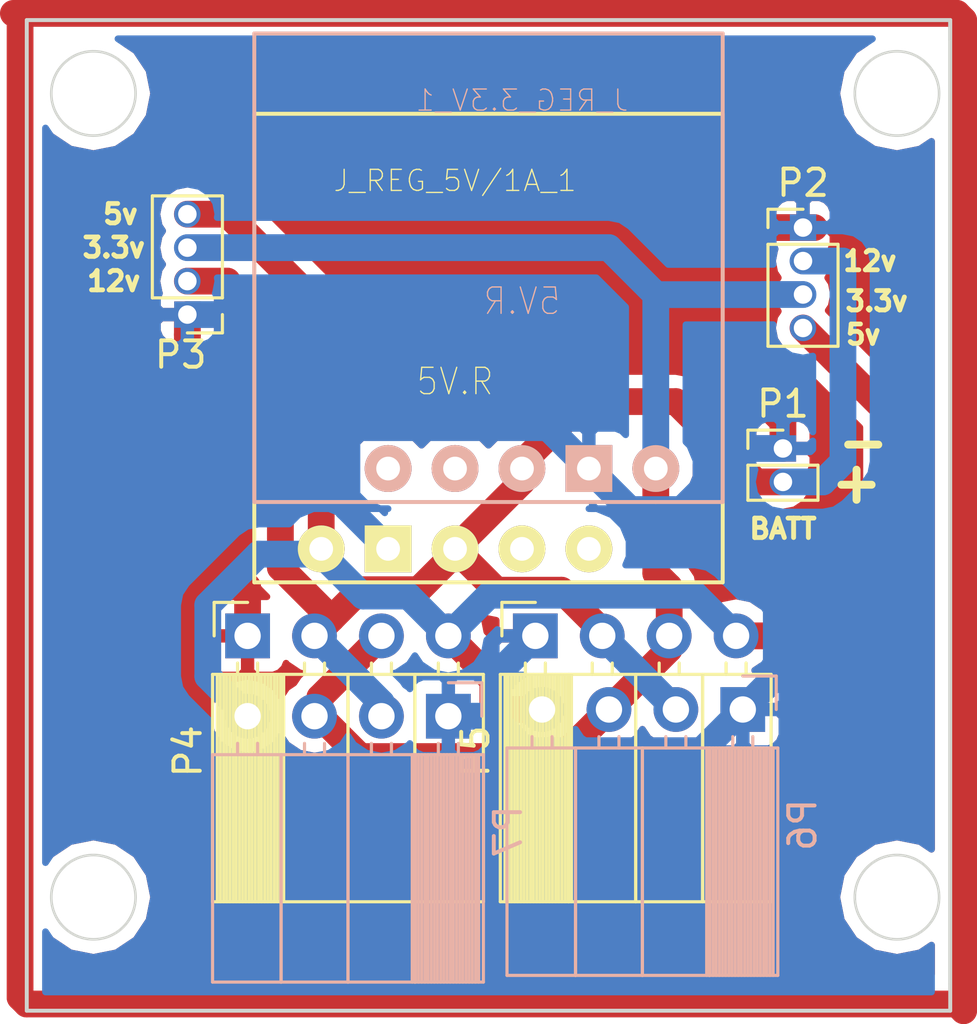
<source format=kicad_pcb>
(kicad_pcb (version 4) (host pcbnew 4.0.4-stable)

  (general
    (links 28)
    (no_connects 0)
    (area 167.056999 57.836999 202.259001 95.579001)
    (thickness 1.6)
    (drawings 19)
    (tracks 104)
    (zones 0)
    (modules 9)
    (nets 5)
  )

  (page A4)
  (layers
    (0 F.Cu signal)
    (31 B.Cu signal)
    (33 F.Adhes user)
    (34 B.Paste user)
    (35 F.Paste user)
    (36 B.SilkS user)
    (37 F.SilkS user)
    (38 B.Mask user)
    (39 F.Mask user)
    (40 Dwgs.User user)
    (41 Cmts.User user)
    (42 Eco1.User user)
    (43 Eco2.User user)
    (44 Edge.Cuts user)
    (45 Margin user)
    (47 F.CrtYd user)
    (49 F.Fab user)
  )

  (setup
    (last_trace_width 1.016)
    (trace_clearance 0.1524)
    (zone_clearance 0.508)
    (zone_45_only no)
    (trace_min 0.1524)
    (segment_width 0.2)
    (edge_width 0.15)
    (via_size 0.6858)
    (via_drill 0.3302)
    (via_min_size 0.6858)
    (via_min_drill 0.3302)
    (uvia_size 0.762)
    (uvia_drill 0.508)
    (uvias_allowed no)
    (uvia_min_size 0)
    (uvia_min_drill 0)
    (pcb_text_width 0.3)
    (pcb_text_size 1.5 1.5)
    (mod_edge_width 0.15)
    (mod_text_size 1 1)
    (mod_text_width 0.15)
    (pad_size 1.524 1.524)
    (pad_drill 0.762)
    (pad_to_mask_clearance 0.2)
    (aux_axis_origin 0 0)
    (visible_elements FFFFFF7F)
    (pcbplotparams
      (layerselection 0x00030_80000001)
      (usegerberextensions false)
      (excludeedgelayer true)
      (linewidth 0.100000)
      (plotframeref false)
      (viasonmask false)
      (mode 1)
      (useauxorigin false)
      (hpglpennumber 1)
      (hpglpenspeed 20)
      (hpglpendiameter 15)
      (hpglpenoverlay 2)
      (psnegative false)
      (psa4output false)
      (plotreference true)
      (plotvalue true)
      (plotinvisibletext false)
      (padsonsilk false)
      (subtractmaskfromsilk false)
      (outputformat 1)
      (mirror false)
      (drillshape 1)
      (scaleselection 1)
      (outputdirectory ""))
  )

  (net 0 "")
  (net 1 /3.3V)
  (net 2 /12V)
  (net 3 GND)
  (net 4 /5V)

  (net_class Default "This is the default net class."
    (clearance 0.1524)
    (trace_width 1.016)
    (via_dia 0.6858)
    (via_drill 0.3302)
    (uvia_dia 0.762)
    (uvia_drill 0.508)
    (add_net /12V)
    (add_net /3.3V)
    (add_net /5V)
    (add_net GND)
  )

  (module polol:5V_VOLTAGE_REGULATOR (layer B.Cu) (tedit 58C2A823) (tstamp 58C8FE6A)
    (at 185.928 68.58 180)
    (descr "Polulu 5V Step-Up/Step-Down Voltage REgulator S7V7F5 Footprint")
    (path /58C2ABD0)
    (solder_mask_margin 0.1)
    (fp_text reference J_REG_3.3V_1 (at 0 7.62 360) (layer B.SilkS)
      (effects (font (size 0.8 0.8) (thickness 0.05)) (justify mirror))
    )
    (fp_text value 5V.R (at 0 0 180) (layer B.SilkS)
      (effects (font (size 1 0.9) (thickness 0.05)) (justify mirror))
    )
    (fp_line (start -7.62 -7.62) (end -5.08 -7.62) (layer B.SilkS) (width 0.15))
    (fp_line (start -5.08 -7.62) (end 10.16 -7.62) (layer B.SilkS) (width 0.15))
    (fp_line (start -7.62 10.16) (end 10.16 10.16) (layer B.SilkS) (width 0.15))
    (fp_line (start 10.16 10.16) (end 10.16 -7.62) (layer B.SilkS) (width 0.15))
    (fp_line (start -7.62 -7.62) (end -7.62 10.16) (layer B.SilkS) (width 0.15))
    (pad PG thru_hole circle (at 5.08 -6.35 180) (size 1.778 1.778) (drill 0.9) (layers *.Cu *.Mask B.SilkS)
      (solder_mask_margin 0.2))
    (pad SHDN thru_hole circle (at 2.54 -6.35 180) (size 1.778 1.778) (drill 0.9) (layers *.Cu *.Mask B.SilkS)
      (solder_mask_margin 0.2))
    (pad VOUT thru_hole circle (at -5.08 -6.35 180) (size 1.778 1.778) (drill 0.9) (layers *.Cu *.Mask B.SilkS)
      (net 1 /3.3V) (solder_mask_margin 0.2))
    (pad VIN thru_hole circle (at 0 -6.35 180) (size 1.778 1.778) (drill 0.9) (layers *.Cu *.Mask B.SilkS)
      (net 2 /12V) (solder_mask_margin 0.2))
    (pad GND thru_hole rect (at -2.54 -6.35 180) (size 1.778 1.778) (drill 0.9) (layers *.Cu *.Mask B.SilkS)
      (net 3 GND) (solder_mask_margin 0.2))
  )

  (module polol:5V_VOLTAGE_REGULATOR (layer F.Cu) (tedit 58C2A823) (tstamp 58C8FE78)
    (at 183.388 71.628)
    (descr "Polulu 5V Step-Up/Step-Down Voltage REgulator S7V7F5 Footprint")
    (path /58C2AAD4)
    (solder_mask_margin 0.1)
    (fp_text reference J_REG_5V/1A_1 (at 0 -7.62 180) (layer F.SilkS)
      (effects (font (size 0.8 0.8) (thickness 0.05)))
    )
    (fp_text value 5V.R (at 0 0) (layer F.SilkS)
      (effects (font (size 1 0.9) (thickness 0.05)))
    )
    (fp_line (start -7.62 7.62) (end -5.08 7.62) (layer F.SilkS) (width 0.15))
    (fp_line (start -5.08 7.62) (end 10.16 7.62) (layer F.SilkS) (width 0.15))
    (fp_line (start -7.62 -10.16) (end 10.16 -10.16) (layer F.SilkS) (width 0.15))
    (fp_line (start 10.16 -10.16) (end 10.16 7.62) (layer F.SilkS) (width 0.15))
    (fp_line (start -7.62 7.62) (end -7.62 -10.16) (layer F.SilkS) (width 0.15))
    (pad PG thru_hole circle (at 5.08 6.35) (size 1.778 1.778) (drill 0.9) (layers *.Cu *.Mask F.SilkS)
      (solder_mask_margin 0.2))
    (pad SHDN thru_hole circle (at 2.54 6.35) (size 1.778 1.778) (drill 0.9) (layers *.Cu *.Mask F.SilkS)
      (solder_mask_margin 0.2))
    (pad VOUT thru_hole circle (at -5.08 6.35) (size 1.778 1.778) (drill 0.9) (layers *.Cu *.Mask F.SilkS)
      (net 4 /5V) (solder_mask_margin 0.2))
    (pad VIN thru_hole circle (at 0 6.35) (size 1.778 1.778) (drill 0.9) (layers *.Cu *.Mask F.SilkS)
      (net 2 /12V) (solder_mask_margin 0.2))
    (pad GND thru_hole rect (at -2.54 6.35) (size 1.778 1.778) (drill 0.9) (layers *.Cu *.Mask F.SilkS)
      (net 3 GND) (solder_mask_margin 0.2))
  )

  (module Socket_Strips:Socket_Strip_Straight_1x02_Pitch1.27mm (layer F.Cu) (tedit 588DE960) (tstamp 58C8FE8C)
    (at 195.834 74.168)
    (descr "Through hole straight socket strip, 1x02, 1.27mm pitch, single row")
    (tags "Through hole socket strip THT 1x02 1.27mm single row")
    (path /58C2ACA6)
    (fp_text reference P1 (at 0 -1.695) (layer F.SilkS)
      (effects (font (size 1 1) (thickness 0.15)))
    )
    (fp_text value BATT (at 0 2.965) (layer F.Fab)
      (effects (font (size 1 1) (thickness 0.15)))
    )
    (fp_line (start -1.27 -0.635) (end -1.27 1.905) (layer F.Fab) (width 0.1))
    (fp_line (start -1.27 1.905) (end 1.27 1.905) (layer F.Fab) (width 0.1))
    (fp_line (start 1.27 1.905) (end 1.27 -0.635) (layer F.Fab) (width 0.1))
    (fp_line (start 1.27 -0.635) (end -1.27 -0.635) (layer F.Fab) (width 0.1))
    (fp_line (start -1.33 0.635) (end -1.33 1.965) (layer F.SilkS) (width 0.12))
    (fp_line (start -1.33 1.965) (end 1.33 1.965) (layer F.SilkS) (width 0.12))
    (fp_line (start 1.33 1.965) (end 1.33 0.635) (layer F.SilkS) (width 0.12))
    (fp_line (start 1.33 0.635) (end -1.33 0.635) (layer F.SilkS) (width 0.12))
    (fp_line (start -1.33 0) (end -1.33 -0.695) (layer F.SilkS) (width 0.12))
    (fp_line (start -1.33 -0.695) (end 0 -0.695) (layer F.SilkS) (width 0.12))
    (fp_line (start -1.55 -0.9) (end -1.55 2.2) (layer F.CrtYd) (width 0.05))
    (fp_line (start -1.55 2.2) (end 1.55 2.2) (layer F.CrtYd) (width 0.05))
    (fp_line (start 1.55 2.2) (end 1.55 -0.9) (layer F.CrtYd) (width 0.05))
    (fp_line (start 1.55 -0.9) (end -1.55 -0.9) (layer F.CrtYd) (width 0.05))
    (pad 1 thru_hole rect (at 0 0) (size 1 1) (drill 0.7) (layers *.Cu *.Mask)
      (net 3 GND))
    (pad 2 thru_hole oval (at 0 1.27) (size 1 1) (drill 0.7) (layers *.Cu *.Mask)
      (net 2 /12V))
    (model Socket_Strips.3dshapes/Socket_Strip_Straight_1x02_Pitch1.27mm.wrl
      (at (xyz 0 0 0))
      (scale (xyz 1 1 1))
      (rotate (xyz 0 0 0))
    )
  )

  (module Socket_Strips:Socket_Strip_Straight_1x04_Pitch1.27mm (layer F.Cu) (tedit 588DE961) (tstamp 58C8FEA2)
    (at 196.596 65.786)
    (descr "Through hole straight socket strip, 1x04, 1.27mm pitch, single row")
    (tags "Through hole socket strip THT 1x04 1.27mm single row")
    (path /58C2AFC8)
    (fp_text reference P2 (at 0 -1.695) (layer F.SilkS)
      (effects (font (size 1 1) (thickness 0.15)))
    )
    (fp_text value CONN_01X04 (at 0 5.505) (layer F.Fab)
      (effects (font (size 1 1) (thickness 0.15)))
    )
    (fp_line (start -1.27 -0.635) (end -1.27 4.445) (layer F.Fab) (width 0.1))
    (fp_line (start -1.27 4.445) (end 1.27 4.445) (layer F.Fab) (width 0.1))
    (fp_line (start 1.27 4.445) (end 1.27 -0.635) (layer F.Fab) (width 0.1))
    (fp_line (start 1.27 -0.635) (end -1.27 -0.635) (layer F.Fab) (width 0.1))
    (fp_line (start -1.33 0.635) (end -1.33 4.505) (layer F.SilkS) (width 0.12))
    (fp_line (start -1.33 4.505) (end 1.33 4.505) (layer F.SilkS) (width 0.12))
    (fp_line (start 1.33 4.505) (end 1.33 0.635) (layer F.SilkS) (width 0.12))
    (fp_line (start 1.33 0.635) (end -1.33 0.635) (layer F.SilkS) (width 0.12))
    (fp_line (start -1.33 0) (end -1.33 -0.695) (layer F.SilkS) (width 0.12))
    (fp_line (start -1.33 -0.695) (end 0 -0.695) (layer F.SilkS) (width 0.12))
    (fp_line (start -1.55 -0.9) (end -1.55 4.7) (layer F.CrtYd) (width 0.05))
    (fp_line (start -1.55 4.7) (end 1.55 4.7) (layer F.CrtYd) (width 0.05))
    (fp_line (start 1.55 4.7) (end 1.55 -0.9) (layer F.CrtYd) (width 0.05))
    (fp_line (start 1.55 -0.9) (end -1.55 -0.9) (layer F.CrtYd) (width 0.05))
    (pad 1 thru_hole rect (at 0 0) (size 1 1) (drill 0.7) (layers *.Cu *.Mask)
      (net 3 GND))
    (pad 2 thru_hole oval (at 0 1.27) (size 1 1) (drill 0.7) (layers *.Cu *.Mask)
      (net 2 /12V))
    (pad 3 thru_hole oval (at 0 2.54) (size 1 1) (drill 0.7) (layers *.Cu *.Mask)
      (net 1 /3.3V))
    (pad 4 thru_hole oval (at 0 3.81) (size 1 1) (drill 0.7) (layers *.Cu *.Mask)
      (net 4 /5V))
    (model Socket_Strips.3dshapes/Socket_Strip_Straight_1x04_Pitch1.27mm.wrl
      (at (xyz 0 0 0))
      (scale (xyz 1 1 1))
      (rotate (xyz 0 0 0))
    )
  )

  (module Socket_Strips:Socket_Strip_Straight_1x04_Pitch1.27mm (layer F.Cu) (tedit 58C8FE1C) (tstamp 58C8FEB8)
    (at 173.228 69.088 180)
    (descr "Through hole straight socket strip, 1x04, 1.27mm pitch, single row")
    (tags "Through hole socket strip THT 1x04 1.27mm single row")
    (path /58C2AE95)
    (fp_text reference P3 (at 0.254 -1.524 180) (layer F.SilkS)
      (effects (font (size 1 1) (thickness 0.15)))
    )
    (fp_text value CONN_01X04 (at 0 5.505 180) (layer F.Fab)
      (effects (font (size 1 1) (thickness 0.15)))
    )
    (fp_line (start -1.27 -0.635) (end -1.27 4.445) (layer F.Fab) (width 0.1))
    (fp_line (start -1.27 4.445) (end 1.27 4.445) (layer F.Fab) (width 0.1))
    (fp_line (start 1.27 4.445) (end 1.27 -0.635) (layer F.Fab) (width 0.1))
    (fp_line (start 1.27 -0.635) (end -1.27 -0.635) (layer F.Fab) (width 0.1))
    (fp_line (start -1.33 0.635) (end -1.33 4.505) (layer F.SilkS) (width 0.12))
    (fp_line (start -1.33 4.505) (end 1.33 4.505) (layer F.SilkS) (width 0.12))
    (fp_line (start 1.33 4.505) (end 1.33 0.635) (layer F.SilkS) (width 0.12))
    (fp_line (start 1.33 0.635) (end -1.33 0.635) (layer F.SilkS) (width 0.12))
    (fp_line (start -1.33 0) (end -1.33 -0.695) (layer F.SilkS) (width 0.12))
    (fp_line (start -1.33 -0.695) (end 0 -0.695) (layer F.SilkS) (width 0.12))
    (fp_line (start -1.55 -0.9) (end -1.55 4.7) (layer F.CrtYd) (width 0.05))
    (fp_line (start -1.55 4.7) (end 1.55 4.7) (layer F.CrtYd) (width 0.05))
    (fp_line (start 1.55 4.7) (end 1.55 -0.9) (layer F.CrtYd) (width 0.05))
    (fp_line (start 1.55 -0.9) (end -1.55 -0.9) (layer F.CrtYd) (width 0.05))
    (pad 1 thru_hole rect (at 0 0 180) (size 1 1) (drill 0.7) (layers *.Cu *.Mask)
      (net 3 GND))
    (pad 2 thru_hole oval (at 0 1.27 180) (size 1 1) (drill 0.7) (layers *.Cu *.Mask)
      (net 2 /12V))
    (pad 3 thru_hole oval (at 0 2.54 180) (size 1 1) (drill 0.7) (layers *.Cu *.Mask)
      (net 1 /3.3V))
    (pad 4 thru_hole oval (at 0 3.81 180) (size 1 1) (drill 0.7) (layers *.Cu *.Mask)
      (net 4 /5V))
    (model Socket_Strips.3dshapes/Socket_Strip_Straight_1x04_Pitch1.27mm.wrl
      (at (xyz 0 0 0))
      (scale (xyz 1 1 1))
      (rotate (xyz 0 0 0))
    )
  )

  (module Socket_Strips:Socket_Strip_Angled_1x04_Pitch2.54mm (layer F.Cu) (tedit 588DE956) (tstamp 58C8FF14)
    (at 175.514 81.28 90)
    (descr "Through hole angled socket strip, 1x04, 2.54mm pitch, 8.51mm socket length, single row")
    (tags "Through hole angled socket strip THT 1x04 2.54mm single row")
    (path /58C2AD03)
    (fp_text reference P4 (at -4.38 -2.27 90) (layer F.SilkS)
      (effects (font (size 1 1) (thickness 0.15)))
    )
    (fp_text value CONN_01X04 (at -4.38 9.89 90) (layer F.Fab)
      (effects (font (size 1 1) (thickness 0.15)))
    )
    (fp_line (start -1.52 -1.27) (end -1.52 1.27) (layer F.Fab) (width 0.1))
    (fp_line (start -1.52 1.27) (end -10.03 1.27) (layer F.Fab) (width 0.1))
    (fp_line (start -10.03 1.27) (end -10.03 -1.27) (layer F.Fab) (width 0.1))
    (fp_line (start -10.03 -1.27) (end -1.52 -1.27) (layer F.Fab) (width 0.1))
    (fp_line (start 0 -0.32) (end 0 0.32) (layer F.Fab) (width 0.1))
    (fp_line (start 0 0.32) (end -1.52 0.32) (layer F.Fab) (width 0.1))
    (fp_line (start -1.52 0.32) (end -1.52 -0.32) (layer F.Fab) (width 0.1))
    (fp_line (start -1.52 -0.32) (end 0 -0.32) (layer F.Fab) (width 0.1))
    (fp_line (start -1.52 1.27) (end -1.52 3.81) (layer F.Fab) (width 0.1))
    (fp_line (start -1.52 3.81) (end -10.03 3.81) (layer F.Fab) (width 0.1))
    (fp_line (start -10.03 3.81) (end -10.03 1.27) (layer F.Fab) (width 0.1))
    (fp_line (start -10.03 1.27) (end -1.52 1.27) (layer F.Fab) (width 0.1))
    (fp_line (start 0 2.22) (end 0 2.86) (layer F.Fab) (width 0.1))
    (fp_line (start 0 2.86) (end -1.52 2.86) (layer F.Fab) (width 0.1))
    (fp_line (start -1.52 2.86) (end -1.52 2.22) (layer F.Fab) (width 0.1))
    (fp_line (start -1.52 2.22) (end 0 2.22) (layer F.Fab) (width 0.1))
    (fp_line (start -1.52 3.81) (end -1.52 6.35) (layer F.Fab) (width 0.1))
    (fp_line (start -1.52 6.35) (end -10.03 6.35) (layer F.Fab) (width 0.1))
    (fp_line (start -10.03 6.35) (end -10.03 3.81) (layer F.Fab) (width 0.1))
    (fp_line (start -10.03 3.81) (end -1.52 3.81) (layer F.Fab) (width 0.1))
    (fp_line (start 0 4.76) (end 0 5.4) (layer F.Fab) (width 0.1))
    (fp_line (start 0 5.4) (end -1.52 5.4) (layer F.Fab) (width 0.1))
    (fp_line (start -1.52 5.4) (end -1.52 4.76) (layer F.Fab) (width 0.1))
    (fp_line (start -1.52 4.76) (end 0 4.76) (layer F.Fab) (width 0.1))
    (fp_line (start -1.52 6.35) (end -1.52 8.89) (layer F.Fab) (width 0.1))
    (fp_line (start -1.52 8.89) (end -10.03 8.89) (layer F.Fab) (width 0.1))
    (fp_line (start -10.03 8.89) (end -10.03 6.35) (layer F.Fab) (width 0.1))
    (fp_line (start -10.03 6.35) (end -1.52 6.35) (layer F.Fab) (width 0.1))
    (fp_line (start 0 7.3) (end 0 7.94) (layer F.Fab) (width 0.1))
    (fp_line (start 0 7.94) (end -1.52 7.94) (layer F.Fab) (width 0.1))
    (fp_line (start -1.52 7.94) (end -1.52 7.3) (layer F.Fab) (width 0.1))
    (fp_line (start -1.52 7.3) (end 0 7.3) (layer F.Fab) (width 0.1))
    (fp_line (start -1.46 -1.33) (end -1.46 1.27) (layer F.SilkS) (width 0.12))
    (fp_line (start -1.46 1.27) (end -10.09 1.27) (layer F.SilkS) (width 0.12))
    (fp_line (start -10.09 1.27) (end -10.09 -1.33) (layer F.SilkS) (width 0.12))
    (fp_line (start -10.09 -1.33) (end -1.46 -1.33) (layer F.SilkS) (width 0.12))
    (fp_line (start -1.03 -0.38) (end -1.46 -0.38) (layer F.SilkS) (width 0.12))
    (fp_line (start -1.03 0.38) (end -1.46 0.38) (layer F.SilkS) (width 0.12))
    (fp_line (start -1.46 -1.15) (end -10.09 -1.15) (layer F.SilkS) (width 0.12))
    (fp_line (start -1.46 -1.03) (end -10.09 -1.03) (layer F.SilkS) (width 0.12))
    (fp_line (start -1.46 -0.91) (end -10.09 -0.91) (layer F.SilkS) (width 0.12))
    (fp_line (start -1.46 -0.79) (end -10.09 -0.79) (layer F.SilkS) (width 0.12))
    (fp_line (start -1.46 -0.67) (end -10.09 -0.67) (layer F.SilkS) (width 0.12))
    (fp_line (start -1.46 -0.55) (end -10.09 -0.55) (layer F.SilkS) (width 0.12))
    (fp_line (start -1.46 -0.43) (end -10.09 -0.43) (layer F.SilkS) (width 0.12))
    (fp_line (start -1.46 -0.31) (end -10.09 -0.31) (layer F.SilkS) (width 0.12))
    (fp_line (start -1.46 -0.19) (end -10.09 -0.19) (layer F.SilkS) (width 0.12))
    (fp_line (start -1.46 -0.07) (end -10.09 -0.07) (layer F.SilkS) (width 0.12))
    (fp_line (start -1.46 0.05) (end -10.09 0.05) (layer F.SilkS) (width 0.12))
    (fp_line (start -1.46 0.17) (end -10.09 0.17) (layer F.SilkS) (width 0.12))
    (fp_line (start -1.46 0.29) (end -10.09 0.29) (layer F.SilkS) (width 0.12))
    (fp_line (start -1.46 0.41) (end -10.09 0.41) (layer F.SilkS) (width 0.12))
    (fp_line (start -1.46 0.53) (end -10.09 0.53) (layer F.SilkS) (width 0.12))
    (fp_line (start -1.46 0.65) (end -10.09 0.65) (layer F.SilkS) (width 0.12))
    (fp_line (start -1.46 0.77) (end -10.09 0.77) (layer F.SilkS) (width 0.12))
    (fp_line (start -1.46 0.89) (end -10.09 0.89) (layer F.SilkS) (width 0.12))
    (fp_line (start -1.46 1.01) (end -10.09 1.01) (layer F.SilkS) (width 0.12))
    (fp_line (start -1.46 1.13) (end -10.09 1.13) (layer F.SilkS) (width 0.12))
    (fp_line (start -1.46 1.25) (end -10.09 1.25) (layer F.SilkS) (width 0.12))
    (fp_line (start -1.46 1.37) (end -10.09 1.37) (layer F.SilkS) (width 0.12))
    (fp_line (start -1.46 1.27) (end -1.46 3.81) (layer F.SilkS) (width 0.12))
    (fp_line (start -1.46 3.81) (end -10.09 3.81) (layer F.SilkS) (width 0.12))
    (fp_line (start -10.09 3.81) (end -10.09 1.27) (layer F.SilkS) (width 0.12))
    (fp_line (start -10.09 1.27) (end -1.46 1.27) (layer F.SilkS) (width 0.12))
    (fp_line (start -1.03 2.16) (end -1.46 2.16) (layer F.SilkS) (width 0.12))
    (fp_line (start -1.03 2.92) (end -1.46 2.92) (layer F.SilkS) (width 0.12))
    (fp_line (start -1.46 3.81) (end -1.46 6.35) (layer F.SilkS) (width 0.12))
    (fp_line (start -1.46 6.35) (end -10.09 6.35) (layer F.SilkS) (width 0.12))
    (fp_line (start -10.09 6.35) (end -10.09 3.81) (layer F.SilkS) (width 0.12))
    (fp_line (start -10.09 3.81) (end -1.46 3.81) (layer F.SilkS) (width 0.12))
    (fp_line (start -1.03 4.7) (end -1.46 4.7) (layer F.SilkS) (width 0.12))
    (fp_line (start -1.03 5.46) (end -1.46 5.46) (layer F.SilkS) (width 0.12))
    (fp_line (start -1.46 6.35) (end -1.46 8.95) (layer F.SilkS) (width 0.12))
    (fp_line (start -1.46 8.95) (end -10.09 8.95) (layer F.SilkS) (width 0.12))
    (fp_line (start -10.09 8.95) (end -10.09 6.35) (layer F.SilkS) (width 0.12))
    (fp_line (start -10.09 6.35) (end -1.46 6.35) (layer F.SilkS) (width 0.12))
    (fp_line (start -1.03 7.24) (end -1.46 7.24) (layer F.SilkS) (width 0.12))
    (fp_line (start -1.03 8) (end -1.46 8) (layer F.SilkS) (width 0.12))
    (fp_line (start 0 -1.27) (end 1.27 -1.27) (layer F.SilkS) (width 0.12))
    (fp_line (start 1.27 -1.27) (end 1.27 0) (layer F.SilkS) (width 0.12))
    (fp_line (start 1.55 -1.55) (end 1.55 9.15) (layer F.CrtYd) (width 0.05))
    (fp_line (start 1.55 9.15) (end -10.3 9.15) (layer F.CrtYd) (width 0.05))
    (fp_line (start -10.3 9.15) (end -10.3 -1.55) (layer F.CrtYd) (width 0.05))
    (fp_line (start -10.3 -1.55) (end 1.55 -1.55) (layer F.CrtYd) (width 0.05))
    (pad 1 thru_hole rect (at 0 0 90) (size 1.7 1.7) (drill 1) (layers *.Cu *.Mask)
      (net 3 GND))
    (pad 2 thru_hole oval (at 0 2.54 90) (size 1.7 1.7) (drill 1) (layers *.Cu *.Mask)
      (net 2 /12V))
    (pad 3 thru_hole oval (at 0 5.08 90) (size 1.7 1.7) (drill 1) (layers *.Cu *.Mask)
      (net 1 /3.3V))
    (pad 4 thru_hole oval (at 0 7.62 90) (size 1.7 1.7) (drill 1) (layers *.Cu *.Mask)
      (net 4 /5V))
    (model Socket_Strips.3dshapes/Socket_Strip_Angled_1x04_Pitch2.54mm.wrl
      (at (xyz 0 -0.15 0))
      (scale (xyz 1 1 1))
      (rotate (xyz 0 0 270))
    )
  )

  (module Socket_Strips:Socket_Strip_Angled_1x04_Pitch2.54mm (layer F.Cu) (tedit 588DE956) (tstamp 58C8FF70)
    (at 186.436 81.28 90)
    (descr "Through hole angled socket strip, 1x04, 2.54mm pitch, 8.51mm socket length, single row")
    (tags "Through hole angled socket strip THT 1x04 2.54mm single row")
    (path /58C2ADD4)
    (fp_text reference P5 (at -4.38 -2.27 90) (layer F.SilkS)
      (effects (font (size 1 1) (thickness 0.15)))
    )
    (fp_text value CONN_01X04 (at -4.38 9.89 90) (layer F.Fab)
      (effects (font (size 1 1) (thickness 0.15)))
    )
    (fp_line (start -1.52 -1.27) (end -1.52 1.27) (layer F.Fab) (width 0.1))
    (fp_line (start -1.52 1.27) (end -10.03 1.27) (layer F.Fab) (width 0.1))
    (fp_line (start -10.03 1.27) (end -10.03 -1.27) (layer F.Fab) (width 0.1))
    (fp_line (start -10.03 -1.27) (end -1.52 -1.27) (layer F.Fab) (width 0.1))
    (fp_line (start 0 -0.32) (end 0 0.32) (layer F.Fab) (width 0.1))
    (fp_line (start 0 0.32) (end -1.52 0.32) (layer F.Fab) (width 0.1))
    (fp_line (start -1.52 0.32) (end -1.52 -0.32) (layer F.Fab) (width 0.1))
    (fp_line (start -1.52 -0.32) (end 0 -0.32) (layer F.Fab) (width 0.1))
    (fp_line (start -1.52 1.27) (end -1.52 3.81) (layer F.Fab) (width 0.1))
    (fp_line (start -1.52 3.81) (end -10.03 3.81) (layer F.Fab) (width 0.1))
    (fp_line (start -10.03 3.81) (end -10.03 1.27) (layer F.Fab) (width 0.1))
    (fp_line (start -10.03 1.27) (end -1.52 1.27) (layer F.Fab) (width 0.1))
    (fp_line (start 0 2.22) (end 0 2.86) (layer F.Fab) (width 0.1))
    (fp_line (start 0 2.86) (end -1.52 2.86) (layer F.Fab) (width 0.1))
    (fp_line (start -1.52 2.86) (end -1.52 2.22) (layer F.Fab) (width 0.1))
    (fp_line (start -1.52 2.22) (end 0 2.22) (layer F.Fab) (width 0.1))
    (fp_line (start -1.52 3.81) (end -1.52 6.35) (layer F.Fab) (width 0.1))
    (fp_line (start -1.52 6.35) (end -10.03 6.35) (layer F.Fab) (width 0.1))
    (fp_line (start -10.03 6.35) (end -10.03 3.81) (layer F.Fab) (width 0.1))
    (fp_line (start -10.03 3.81) (end -1.52 3.81) (layer F.Fab) (width 0.1))
    (fp_line (start 0 4.76) (end 0 5.4) (layer F.Fab) (width 0.1))
    (fp_line (start 0 5.4) (end -1.52 5.4) (layer F.Fab) (width 0.1))
    (fp_line (start -1.52 5.4) (end -1.52 4.76) (layer F.Fab) (width 0.1))
    (fp_line (start -1.52 4.76) (end 0 4.76) (layer F.Fab) (width 0.1))
    (fp_line (start -1.52 6.35) (end -1.52 8.89) (layer F.Fab) (width 0.1))
    (fp_line (start -1.52 8.89) (end -10.03 8.89) (layer F.Fab) (width 0.1))
    (fp_line (start -10.03 8.89) (end -10.03 6.35) (layer F.Fab) (width 0.1))
    (fp_line (start -10.03 6.35) (end -1.52 6.35) (layer F.Fab) (width 0.1))
    (fp_line (start 0 7.3) (end 0 7.94) (layer F.Fab) (width 0.1))
    (fp_line (start 0 7.94) (end -1.52 7.94) (layer F.Fab) (width 0.1))
    (fp_line (start -1.52 7.94) (end -1.52 7.3) (layer F.Fab) (width 0.1))
    (fp_line (start -1.52 7.3) (end 0 7.3) (layer F.Fab) (width 0.1))
    (fp_line (start -1.46 -1.33) (end -1.46 1.27) (layer F.SilkS) (width 0.12))
    (fp_line (start -1.46 1.27) (end -10.09 1.27) (layer F.SilkS) (width 0.12))
    (fp_line (start -10.09 1.27) (end -10.09 -1.33) (layer F.SilkS) (width 0.12))
    (fp_line (start -10.09 -1.33) (end -1.46 -1.33) (layer F.SilkS) (width 0.12))
    (fp_line (start -1.03 -0.38) (end -1.46 -0.38) (layer F.SilkS) (width 0.12))
    (fp_line (start -1.03 0.38) (end -1.46 0.38) (layer F.SilkS) (width 0.12))
    (fp_line (start -1.46 -1.15) (end -10.09 -1.15) (layer F.SilkS) (width 0.12))
    (fp_line (start -1.46 -1.03) (end -10.09 -1.03) (layer F.SilkS) (width 0.12))
    (fp_line (start -1.46 -0.91) (end -10.09 -0.91) (layer F.SilkS) (width 0.12))
    (fp_line (start -1.46 -0.79) (end -10.09 -0.79) (layer F.SilkS) (width 0.12))
    (fp_line (start -1.46 -0.67) (end -10.09 -0.67) (layer F.SilkS) (width 0.12))
    (fp_line (start -1.46 -0.55) (end -10.09 -0.55) (layer F.SilkS) (width 0.12))
    (fp_line (start -1.46 -0.43) (end -10.09 -0.43) (layer F.SilkS) (width 0.12))
    (fp_line (start -1.46 -0.31) (end -10.09 -0.31) (layer F.SilkS) (width 0.12))
    (fp_line (start -1.46 -0.19) (end -10.09 -0.19) (layer F.SilkS) (width 0.12))
    (fp_line (start -1.46 -0.07) (end -10.09 -0.07) (layer F.SilkS) (width 0.12))
    (fp_line (start -1.46 0.05) (end -10.09 0.05) (layer F.SilkS) (width 0.12))
    (fp_line (start -1.46 0.17) (end -10.09 0.17) (layer F.SilkS) (width 0.12))
    (fp_line (start -1.46 0.29) (end -10.09 0.29) (layer F.SilkS) (width 0.12))
    (fp_line (start -1.46 0.41) (end -10.09 0.41) (layer F.SilkS) (width 0.12))
    (fp_line (start -1.46 0.53) (end -10.09 0.53) (layer F.SilkS) (width 0.12))
    (fp_line (start -1.46 0.65) (end -10.09 0.65) (layer F.SilkS) (width 0.12))
    (fp_line (start -1.46 0.77) (end -10.09 0.77) (layer F.SilkS) (width 0.12))
    (fp_line (start -1.46 0.89) (end -10.09 0.89) (layer F.SilkS) (width 0.12))
    (fp_line (start -1.46 1.01) (end -10.09 1.01) (layer F.SilkS) (width 0.12))
    (fp_line (start -1.46 1.13) (end -10.09 1.13) (layer F.SilkS) (width 0.12))
    (fp_line (start -1.46 1.25) (end -10.09 1.25) (layer F.SilkS) (width 0.12))
    (fp_line (start -1.46 1.37) (end -10.09 1.37) (layer F.SilkS) (width 0.12))
    (fp_line (start -1.46 1.27) (end -1.46 3.81) (layer F.SilkS) (width 0.12))
    (fp_line (start -1.46 3.81) (end -10.09 3.81) (layer F.SilkS) (width 0.12))
    (fp_line (start -10.09 3.81) (end -10.09 1.27) (layer F.SilkS) (width 0.12))
    (fp_line (start -10.09 1.27) (end -1.46 1.27) (layer F.SilkS) (width 0.12))
    (fp_line (start -1.03 2.16) (end -1.46 2.16) (layer F.SilkS) (width 0.12))
    (fp_line (start -1.03 2.92) (end -1.46 2.92) (layer F.SilkS) (width 0.12))
    (fp_line (start -1.46 3.81) (end -1.46 6.35) (layer F.SilkS) (width 0.12))
    (fp_line (start -1.46 6.35) (end -10.09 6.35) (layer F.SilkS) (width 0.12))
    (fp_line (start -10.09 6.35) (end -10.09 3.81) (layer F.SilkS) (width 0.12))
    (fp_line (start -10.09 3.81) (end -1.46 3.81) (layer F.SilkS) (width 0.12))
    (fp_line (start -1.03 4.7) (end -1.46 4.7) (layer F.SilkS) (width 0.12))
    (fp_line (start -1.03 5.46) (end -1.46 5.46) (layer F.SilkS) (width 0.12))
    (fp_line (start -1.46 6.35) (end -1.46 8.95) (layer F.SilkS) (width 0.12))
    (fp_line (start -1.46 8.95) (end -10.09 8.95) (layer F.SilkS) (width 0.12))
    (fp_line (start -10.09 8.95) (end -10.09 6.35) (layer F.SilkS) (width 0.12))
    (fp_line (start -10.09 6.35) (end -1.46 6.35) (layer F.SilkS) (width 0.12))
    (fp_line (start -1.03 7.24) (end -1.46 7.24) (layer F.SilkS) (width 0.12))
    (fp_line (start -1.03 8) (end -1.46 8) (layer F.SilkS) (width 0.12))
    (fp_line (start 0 -1.27) (end 1.27 -1.27) (layer F.SilkS) (width 0.12))
    (fp_line (start 1.27 -1.27) (end 1.27 0) (layer F.SilkS) (width 0.12))
    (fp_line (start 1.55 -1.55) (end 1.55 9.15) (layer F.CrtYd) (width 0.05))
    (fp_line (start 1.55 9.15) (end -10.3 9.15) (layer F.CrtYd) (width 0.05))
    (fp_line (start -10.3 9.15) (end -10.3 -1.55) (layer F.CrtYd) (width 0.05))
    (fp_line (start -10.3 -1.55) (end 1.55 -1.55) (layer F.CrtYd) (width 0.05))
    (pad 1 thru_hole rect (at 0 0 90) (size 1.7 1.7) (drill 1) (layers *.Cu *.Mask)
      (net 3 GND))
    (pad 2 thru_hole oval (at 0 2.54 90) (size 1.7 1.7) (drill 1) (layers *.Cu *.Mask)
      (net 2 /12V))
    (pad 3 thru_hole oval (at 0 5.08 90) (size 1.7 1.7) (drill 1) (layers *.Cu *.Mask)
      (net 1 /3.3V))
    (pad 4 thru_hole oval (at 0 7.62 90) (size 1.7 1.7) (drill 1) (layers *.Cu *.Mask)
      (net 4 /5V))
    (model Socket_Strips.3dshapes/Socket_Strip_Angled_1x04_Pitch2.54mm.wrl
      (at (xyz 0 -0.15 0))
      (scale (xyz 1 1 1))
      (rotate (xyz 0 0 270))
    )
  )

  (module Socket_Strips:Socket_Strip_Angled_1x04_Pitch2.54mm (layer B.Cu) (tedit 588DE956) (tstamp 58C8FFCC)
    (at 194.31 84.074 90)
    (descr "Through hole angled socket strip, 1x04, 2.54mm pitch, 8.51mm socket length, single row")
    (tags "Through hole angled socket strip THT 1x04 2.54mm single row")
    (path /58C2AE0C)
    (fp_text reference P6 (at -4.38 2.27 90) (layer B.SilkS)
      (effects (font (size 1 1) (thickness 0.15)) (justify mirror))
    )
    (fp_text value CONN_01X04 (at -4.38 -9.89 90) (layer B.Fab)
      (effects (font (size 1 1) (thickness 0.15)) (justify mirror))
    )
    (fp_line (start -1.52 1.27) (end -1.52 -1.27) (layer B.Fab) (width 0.1))
    (fp_line (start -1.52 -1.27) (end -10.03 -1.27) (layer B.Fab) (width 0.1))
    (fp_line (start -10.03 -1.27) (end -10.03 1.27) (layer B.Fab) (width 0.1))
    (fp_line (start -10.03 1.27) (end -1.52 1.27) (layer B.Fab) (width 0.1))
    (fp_line (start 0 0.32) (end 0 -0.32) (layer B.Fab) (width 0.1))
    (fp_line (start 0 -0.32) (end -1.52 -0.32) (layer B.Fab) (width 0.1))
    (fp_line (start -1.52 -0.32) (end -1.52 0.32) (layer B.Fab) (width 0.1))
    (fp_line (start -1.52 0.32) (end 0 0.32) (layer B.Fab) (width 0.1))
    (fp_line (start -1.52 -1.27) (end -1.52 -3.81) (layer B.Fab) (width 0.1))
    (fp_line (start -1.52 -3.81) (end -10.03 -3.81) (layer B.Fab) (width 0.1))
    (fp_line (start -10.03 -3.81) (end -10.03 -1.27) (layer B.Fab) (width 0.1))
    (fp_line (start -10.03 -1.27) (end -1.52 -1.27) (layer B.Fab) (width 0.1))
    (fp_line (start 0 -2.22) (end 0 -2.86) (layer B.Fab) (width 0.1))
    (fp_line (start 0 -2.86) (end -1.52 -2.86) (layer B.Fab) (width 0.1))
    (fp_line (start -1.52 -2.86) (end -1.52 -2.22) (layer B.Fab) (width 0.1))
    (fp_line (start -1.52 -2.22) (end 0 -2.22) (layer B.Fab) (width 0.1))
    (fp_line (start -1.52 -3.81) (end -1.52 -6.35) (layer B.Fab) (width 0.1))
    (fp_line (start -1.52 -6.35) (end -10.03 -6.35) (layer B.Fab) (width 0.1))
    (fp_line (start -10.03 -6.35) (end -10.03 -3.81) (layer B.Fab) (width 0.1))
    (fp_line (start -10.03 -3.81) (end -1.52 -3.81) (layer B.Fab) (width 0.1))
    (fp_line (start 0 -4.76) (end 0 -5.4) (layer B.Fab) (width 0.1))
    (fp_line (start 0 -5.4) (end -1.52 -5.4) (layer B.Fab) (width 0.1))
    (fp_line (start -1.52 -5.4) (end -1.52 -4.76) (layer B.Fab) (width 0.1))
    (fp_line (start -1.52 -4.76) (end 0 -4.76) (layer B.Fab) (width 0.1))
    (fp_line (start -1.52 -6.35) (end -1.52 -8.89) (layer B.Fab) (width 0.1))
    (fp_line (start -1.52 -8.89) (end -10.03 -8.89) (layer B.Fab) (width 0.1))
    (fp_line (start -10.03 -8.89) (end -10.03 -6.35) (layer B.Fab) (width 0.1))
    (fp_line (start -10.03 -6.35) (end -1.52 -6.35) (layer B.Fab) (width 0.1))
    (fp_line (start 0 -7.3) (end 0 -7.94) (layer B.Fab) (width 0.1))
    (fp_line (start 0 -7.94) (end -1.52 -7.94) (layer B.Fab) (width 0.1))
    (fp_line (start -1.52 -7.94) (end -1.52 -7.3) (layer B.Fab) (width 0.1))
    (fp_line (start -1.52 -7.3) (end 0 -7.3) (layer B.Fab) (width 0.1))
    (fp_line (start -1.46 1.33) (end -1.46 -1.27) (layer B.SilkS) (width 0.12))
    (fp_line (start -1.46 -1.27) (end -10.09 -1.27) (layer B.SilkS) (width 0.12))
    (fp_line (start -10.09 -1.27) (end -10.09 1.33) (layer B.SilkS) (width 0.12))
    (fp_line (start -10.09 1.33) (end -1.46 1.33) (layer B.SilkS) (width 0.12))
    (fp_line (start -1.03 0.38) (end -1.46 0.38) (layer B.SilkS) (width 0.12))
    (fp_line (start -1.03 -0.38) (end -1.46 -0.38) (layer B.SilkS) (width 0.12))
    (fp_line (start -1.46 1.15) (end -10.09 1.15) (layer B.SilkS) (width 0.12))
    (fp_line (start -1.46 1.03) (end -10.09 1.03) (layer B.SilkS) (width 0.12))
    (fp_line (start -1.46 0.91) (end -10.09 0.91) (layer B.SilkS) (width 0.12))
    (fp_line (start -1.46 0.79) (end -10.09 0.79) (layer B.SilkS) (width 0.12))
    (fp_line (start -1.46 0.67) (end -10.09 0.67) (layer B.SilkS) (width 0.12))
    (fp_line (start -1.46 0.55) (end -10.09 0.55) (layer B.SilkS) (width 0.12))
    (fp_line (start -1.46 0.43) (end -10.09 0.43) (layer B.SilkS) (width 0.12))
    (fp_line (start -1.46 0.31) (end -10.09 0.31) (layer B.SilkS) (width 0.12))
    (fp_line (start -1.46 0.19) (end -10.09 0.19) (layer B.SilkS) (width 0.12))
    (fp_line (start -1.46 0.07) (end -10.09 0.07) (layer B.SilkS) (width 0.12))
    (fp_line (start -1.46 -0.05) (end -10.09 -0.05) (layer B.SilkS) (width 0.12))
    (fp_line (start -1.46 -0.17) (end -10.09 -0.17) (layer B.SilkS) (width 0.12))
    (fp_line (start -1.46 -0.29) (end -10.09 -0.29) (layer B.SilkS) (width 0.12))
    (fp_line (start -1.46 -0.41) (end -10.09 -0.41) (layer B.SilkS) (width 0.12))
    (fp_line (start -1.46 -0.53) (end -10.09 -0.53) (layer B.SilkS) (width 0.12))
    (fp_line (start -1.46 -0.65) (end -10.09 -0.65) (layer B.SilkS) (width 0.12))
    (fp_line (start -1.46 -0.77) (end -10.09 -0.77) (layer B.SilkS) (width 0.12))
    (fp_line (start -1.46 -0.89) (end -10.09 -0.89) (layer B.SilkS) (width 0.12))
    (fp_line (start -1.46 -1.01) (end -10.09 -1.01) (layer B.SilkS) (width 0.12))
    (fp_line (start -1.46 -1.13) (end -10.09 -1.13) (layer B.SilkS) (width 0.12))
    (fp_line (start -1.46 -1.25) (end -10.09 -1.25) (layer B.SilkS) (width 0.12))
    (fp_line (start -1.46 -1.37) (end -10.09 -1.37) (layer B.SilkS) (width 0.12))
    (fp_line (start -1.46 -1.27) (end -1.46 -3.81) (layer B.SilkS) (width 0.12))
    (fp_line (start -1.46 -3.81) (end -10.09 -3.81) (layer B.SilkS) (width 0.12))
    (fp_line (start -10.09 -3.81) (end -10.09 -1.27) (layer B.SilkS) (width 0.12))
    (fp_line (start -10.09 -1.27) (end -1.46 -1.27) (layer B.SilkS) (width 0.12))
    (fp_line (start -1.03 -2.16) (end -1.46 -2.16) (layer B.SilkS) (width 0.12))
    (fp_line (start -1.03 -2.92) (end -1.46 -2.92) (layer B.SilkS) (width 0.12))
    (fp_line (start -1.46 -3.81) (end -1.46 -6.35) (layer B.SilkS) (width 0.12))
    (fp_line (start -1.46 -6.35) (end -10.09 -6.35) (layer B.SilkS) (width 0.12))
    (fp_line (start -10.09 -6.35) (end -10.09 -3.81) (layer B.SilkS) (width 0.12))
    (fp_line (start -10.09 -3.81) (end -1.46 -3.81) (layer B.SilkS) (width 0.12))
    (fp_line (start -1.03 -4.7) (end -1.46 -4.7) (layer B.SilkS) (width 0.12))
    (fp_line (start -1.03 -5.46) (end -1.46 -5.46) (layer B.SilkS) (width 0.12))
    (fp_line (start -1.46 -6.35) (end -1.46 -8.95) (layer B.SilkS) (width 0.12))
    (fp_line (start -1.46 -8.95) (end -10.09 -8.95) (layer B.SilkS) (width 0.12))
    (fp_line (start -10.09 -8.95) (end -10.09 -6.35) (layer B.SilkS) (width 0.12))
    (fp_line (start -10.09 -6.35) (end -1.46 -6.35) (layer B.SilkS) (width 0.12))
    (fp_line (start -1.03 -7.24) (end -1.46 -7.24) (layer B.SilkS) (width 0.12))
    (fp_line (start -1.03 -8) (end -1.46 -8) (layer B.SilkS) (width 0.12))
    (fp_line (start 0 1.27) (end 1.27 1.27) (layer B.SilkS) (width 0.12))
    (fp_line (start 1.27 1.27) (end 1.27 0) (layer B.SilkS) (width 0.12))
    (fp_line (start 1.55 1.55) (end 1.55 -9.15) (layer B.CrtYd) (width 0.05))
    (fp_line (start 1.55 -9.15) (end -10.3 -9.15) (layer B.CrtYd) (width 0.05))
    (fp_line (start -10.3 -9.15) (end -10.3 1.55) (layer B.CrtYd) (width 0.05))
    (fp_line (start -10.3 1.55) (end 1.55 1.55) (layer B.CrtYd) (width 0.05))
    (pad 1 thru_hole rect (at 0 0 90) (size 1.7 1.7) (drill 1) (layers *.Cu *.Mask)
      (net 3 GND))
    (pad 2 thru_hole oval (at 0 -2.54 90) (size 1.7 1.7) (drill 1) (layers *.Cu *.Mask)
      (net 2 /12V))
    (pad 3 thru_hole oval (at 0 -5.08 90) (size 1.7 1.7) (drill 1) (layers *.Cu *.Mask)
      (net 1 /3.3V))
    (pad 4 thru_hole oval (at 0 -7.62 90) (size 1.7 1.7) (drill 1) (layers *.Cu *.Mask)
      (net 4 /5V))
    (model Socket_Strips.3dshapes/Socket_Strip_Angled_1x04_Pitch2.54mm.wrl
      (at (xyz 0 -0.15 0))
      (scale (xyz 1 1 1))
      (rotate (xyz 0 0 270))
    )
  )

  (module Socket_Strips:Socket_Strip_Angled_1x04_Pitch2.54mm (layer B.Cu) (tedit 588DE956) (tstamp 58C90028)
    (at 183.134 84.328 90)
    (descr "Through hole angled socket strip, 1x04, 2.54mm pitch, 8.51mm socket length, single row")
    (tags "Through hole angled socket strip THT 1x04 2.54mm single row")
    (path /58C2AE4F)
    (fp_text reference P7 (at -4.38 2.27 90) (layer B.SilkS)
      (effects (font (size 1 1) (thickness 0.15)) (justify mirror))
    )
    (fp_text value CONN_01X04 (at -4.38 -9.89 90) (layer B.Fab)
      (effects (font (size 1 1) (thickness 0.15)) (justify mirror))
    )
    (fp_line (start -1.52 1.27) (end -1.52 -1.27) (layer B.Fab) (width 0.1))
    (fp_line (start -1.52 -1.27) (end -10.03 -1.27) (layer B.Fab) (width 0.1))
    (fp_line (start -10.03 -1.27) (end -10.03 1.27) (layer B.Fab) (width 0.1))
    (fp_line (start -10.03 1.27) (end -1.52 1.27) (layer B.Fab) (width 0.1))
    (fp_line (start 0 0.32) (end 0 -0.32) (layer B.Fab) (width 0.1))
    (fp_line (start 0 -0.32) (end -1.52 -0.32) (layer B.Fab) (width 0.1))
    (fp_line (start -1.52 -0.32) (end -1.52 0.32) (layer B.Fab) (width 0.1))
    (fp_line (start -1.52 0.32) (end 0 0.32) (layer B.Fab) (width 0.1))
    (fp_line (start -1.52 -1.27) (end -1.52 -3.81) (layer B.Fab) (width 0.1))
    (fp_line (start -1.52 -3.81) (end -10.03 -3.81) (layer B.Fab) (width 0.1))
    (fp_line (start -10.03 -3.81) (end -10.03 -1.27) (layer B.Fab) (width 0.1))
    (fp_line (start -10.03 -1.27) (end -1.52 -1.27) (layer B.Fab) (width 0.1))
    (fp_line (start 0 -2.22) (end 0 -2.86) (layer B.Fab) (width 0.1))
    (fp_line (start 0 -2.86) (end -1.52 -2.86) (layer B.Fab) (width 0.1))
    (fp_line (start -1.52 -2.86) (end -1.52 -2.22) (layer B.Fab) (width 0.1))
    (fp_line (start -1.52 -2.22) (end 0 -2.22) (layer B.Fab) (width 0.1))
    (fp_line (start -1.52 -3.81) (end -1.52 -6.35) (layer B.Fab) (width 0.1))
    (fp_line (start -1.52 -6.35) (end -10.03 -6.35) (layer B.Fab) (width 0.1))
    (fp_line (start -10.03 -6.35) (end -10.03 -3.81) (layer B.Fab) (width 0.1))
    (fp_line (start -10.03 -3.81) (end -1.52 -3.81) (layer B.Fab) (width 0.1))
    (fp_line (start 0 -4.76) (end 0 -5.4) (layer B.Fab) (width 0.1))
    (fp_line (start 0 -5.4) (end -1.52 -5.4) (layer B.Fab) (width 0.1))
    (fp_line (start -1.52 -5.4) (end -1.52 -4.76) (layer B.Fab) (width 0.1))
    (fp_line (start -1.52 -4.76) (end 0 -4.76) (layer B.Fab) (width 0.1))
    (fp_line (start -1.52 -6.35) (end -1.52 -8.89) (layer B.Fab) (width 0.1))
    (fp_line (start -1.52 -8.89) (end -10.03 -8.89) (layer B.Fab) (width 0.1))
    (fp_line (start -10.03 -8.89) (end -10.03 -6.35) (layer B.Fab) (width 0.1))
    (fp_line (start -10.03 -6.35) (end -1.52 -6.35) (layer B.Fab) (width 0.1))
    (fp_line (start 0 -7.3) (end 0 -7.94) (layer B.Fab) (width 0.1))
    (fp_line (start 0 -7.94) (end -1.52 -7.94) (layer B.Fab) (width 0.1))
    (fp_line (start -1.52 -7.94) (end -1.52 -7.3) (layer B.Fab) (width 0.1))
    (fp_line (start -1.52 -7.3) (end 0 -7.3) (layer B.Fab) (width 0.1))
    (fp_line (start -1.46 1.33) (end -1.46 -1.27) (layer B.SilkS) (width 0.12))
    (fp_line (start -1.46 -1.27) (end -10.09 -1.27) (layer B.SilkS) (width 0.12))
    (fp_line (start -10.09 -1.27) (end -10.09 1.33) (layer B.SilkS) (width 0.12))
    (fp_line (start -10.09 1.33) (end -1.46 1.33) (layer B.SilkS) (width 0.12))
    (fp_line (start -1.03 0.38) (end -1.46 0.38) (layer B.SilkS) (width 0.12))
    (fp_line (start -1.03 -0.38) (end -1.46 -0.38) (layer B.SilkS) (width 0.12))
    (fp_line (start -1.46 1.15) (end -10.09 1.15) (layer B.SilkS) (width 0.12))
    (fp_line (start -1.46 1.03) (end -10.09 1.03) (layer B.SilkS) (width 0.12))
    (fp_line (start -1.46 0.91) (end -10.09 0.91) (layer B.SilkS) (width 0.12))
    (fp_line (start -1.46 0.79) (end -10.09 0.79) (layer B.SilkS) (width 0.12))
    (fp_line (start -1.46 0.67) (end -10.09 0.67) (layer B.SilkS) (width 0.12))
    (fp_line (start -1.46 0.55) (end -10.09 0.55) (layer B.SilkS) (width 0.12))
    (fp_line (start -1.46 0.43) (end -10.09 0.43) (layer B.SilkS) (width 0.12))
    (fp_line (start -1.46 0.31) (end -10.09 0.31) (layer B.SilkS) (width 0.12))
    (fp_line (start -1.46 0.19) (end -10.09 0.19) (layer B.SilkS) (width 0.12))
    (fp_line (start -1.46 0.07) (end -10.09 0.07) (layer B.SilkS) (width 0.12))
    (fp_line (start -1.46 -0.05) (end -10.09 -0.05) (layer B.SilkS) (width 0.12))
    (fp_line (start -1.46 -0.17) (end -10.09 -0.17) (layer B.SilkS) (width 0.12))
    (fp_line (start -1.46 -0.29) (end -10.09 -0.29) (layer B.SilkS) (width 0.12))
    (fp_line (start -1.46 -0.41) (end -10.09 -0.41) (layer B.SilkS) (width 0.12))
    (fp_line (start -1.46 -0.53) (end -10.09 -0.53) (layer B.SilkS) (width 0.12))
    (fp_line (start -1.46 -0.65) (end -10.09 -0.65) (layer B.SilkS) (width 0.12))
    (fp_line (start -1.46 -0.77) (end -10.09 -0.77) (layer B.SilkS) (width 0.12))
    (fp_line (start -1.46 -0.89) (end -10.09 -0.89) (layer B.SilkS) (width 0.12))
    (fp_line (start -1.46 -1.01) (end -10.09 -1.01) (layer B.SilkS) (width 0.12))
    (fp_line (start -1.46 -1.13) (end -10.09 -1.13) (layer B.SilkS) (width 0.12))
    (fp_line (start -1.46 -1.25) (end -10.09 -1.25) (layer B.SilkS) (width 0.12))
    (fp_line (start -1.46 -1.37) (end -10.09 -1.37) (layer B.SilkS) (width 0.12))
    (fp_line (start -1.46 -1.27) (end -1.46 -3.81) (layer B.SilkS) (width 0.12))
    (fp_line (start -1.46 -3.81) (end -10.09 -3.81) (layer B.SilkS) (width 0.12))
    (fp_line (start -10.09 -3.81) (end -10.09 -1.27) (layer B.SilkS) (width 0.12))
    (fp_line (start -10.09 -1.27) (end -1.46 -1.27) (layer B.SilkS) (width 0.12))
    (fp_line (start -1.03 -2.16) (end -1.46 -2.16) (layer B.SilkS) (width 0.12))
    (fp_line (start -1.03 -2.92) (end -1.46 -2.92) (layer B.SilkS) (width 0.12))
    (fp_line (start -1.46 -3.81) (end -1.46 -6.35) (layer B.SilkS) (width 0.12))
    (fp_line (start -1.46 -6.35) (end -10.09 -6.35) (layer B.SilkS) (width 0.12))
    (fp_line (start -10.09 -6.35) (end -10.09 -3.81) (layer B.SilkS) (width 0.12))
    (fp_line (start -10.09 -3.81) (end -1.46 -3.81) (layer B.SilkS) (width 0.12))
    (fp_line (start -1.03 -4.7) (end -1.46 -4.7) (layer B.SilkS) (width 0.12))
    (fp_line (start -1.03 -5.46) (end -1.46 -5.46) (layer B.SilkS) (width 0.12))
    (fp_line (start -1.46 -6.35) (end -1.46 -8.95) (layer B.SilkS) (width 0.12))
    (fp_line (start -1.46 -8.95) (end -10.09 -8.95) (layer B.SilkS) (width 0.12))
    (fp_line (start -10.09 -8.95) (end -10.09 -6.35) (layer B.SilkS) (width 0.12))
    (fp_line (start -10.09 -6.35) (end -1.46 -6.35) (layer B.SilkS) (width 0.12))
    (fp_line (start -1.03 -7.24) (end -1.46 -7.24) (layer B.SilkS) (width 0.12))
    (fp_line (start -1.03 -8) (end -1.46 -8) (layer B.SilkS) (width 0.12))
    (fp_line (start 0 1.27) (end 1.27 1.27) (layer B.SilkS) (width 0.12))
    (fp_line (start 1.27 1.27) (end 1.27 0) (layer B.SilkS) (width 0.12))
    (fp_line (start 1.55 1.55) (end 1.55 -9.15) (layer B.CrtYd) (width 0.05))
    (fp_line (start 1.55 -9.15) (end -10.3 -9.15) (layer B.CrtYd) (width 0.05))
    (fp_line (start -10.3 -9.15) (end -10.3 1.55) (layer B.CrtYd) (width 0.05))
    (fp_line (start -10.3 1.55) (end 1.55 1.55) (layer B.CrtYd) (width 0.05))
    (pad 1 thru_hole rect (at 0 0 90) (size 1.7 1.7) (drill 1) (layers *.Cu *.Mask)
      (net 3 GND))
    (pad 2 thru_hole oval (at 0 -2.54 90) (size 1.7 1.7) (drill 1) (layers *.Cu *.Mask)
      (net 2 /12V))
    (pad 3 thru_hole oval (at 0 -5.08 90) (size 1.7 1.7) (drill 1) (layers *.Cu *.Mask)
      (net 1 /3.3V))
    (pad 4 thru_hole oval (at 0 -7.62 90) (size 1.7 1.7) (drill 1) (layers *.Cu *.Mask)
      (net 4 /5V))
    (model Socket_Strips.3dshapes/Socket_Strip_Angled_1x04_Pitch2.54mm.wrl
      (at (xyz 0 -0.15 0))
      (scale (xyz 1 1 1))
      (rotate (xyz 0 0 270))
    )
  )

  (gr_text 3.3v (at 199.39 68.58) (layer F.SilkS)
    (effects (font (size 0.738 0.738) (thickness 0.1824)))
  )
  (gr_text 3.3v (at 170.434 66.548) (layer F.SilkS)
    (effects (font (size 0.738 0.738) (thickness 0.1824)))
  )
  (gr_text 5v (at 170.688 65.278) (layer F.SilkS)
    (effects (font (size 0.738 0.738) (thickness 0.1824)))
  )
  (gr_text 5v (at 198.882 69.85) (layer F.SilkS)
    (effects (font (size 0.738 0.738) (thickness 0.1824)))
  )
  (gr_text 12v (at 170.434 67.818) (layer F.SilkS)
    (effects (font (size 0.738 0.738) (thickness 0.1824)))
  )
  (gr_text 12v (at 199.136 67.056) (layer F.SilkS)
    (effects (font (size 0.738 0.738) (thickness 0.1824)))
  )
  (gr_text - (at 198.882 73.914) (layer F.SilkS)
    (effects (font (size 1.5 1.5) (thickness 0.3)))
  )
  (gr_text + (at 198.628 75.438) (layer F.SilkS)
    (effects (font (size 1.5 1.5) (thickness 0.3)))
  )
  (gr_text BATT (at 195.834 77.216) (layer F.SilkS)
    (effects (font (size 0.738 0.738) (thickness 0.1845)))
  )
  (gr_line (start 202.184 57.912) (end 202.184 58.674) (angle 90) (layer Edge.Cuts) (width 0.15))
  (gr_line (start 167.132 57.912) (end 202.184 57.912) (angle 90) (layer Edge.Cuts) (width 0.15))
  (gr_line (start 167.132 95.504) (end 167.132 57.912) (angle 90) (layer Edge.Cuts) (width 0.15))
  (gr_line (start 202.184 95.504) (end 167.132 95.504) (angle 90) (layer Edge.Cuts) (width 0.15))
  (gr_line (start 202.184 94.488) (end 202.184 95.504) (angle 90) (layer Edge.Cuts) (width 0.15))
  (gr_line (start 202.184 57.912) (end 202.184 94.488) (angle 90) (layer Edge.Cuts) (width 0.15))
  (gr_circle (center 200.162 60.696) (end 201.762 60.696) (layer Edge.Cuts) (width 0.1))
  (gr_circle (center 200.162 91.196) (end 201.762 91.196) (layer Edge.Cuts) (width 0.1))
  (gr_circle (center 169.662 91.196) (end 171.262 91.196) (layer Edge.Cuts) (width 0.1))
  (gr_circle (center 169.662 60.696) (end 171.262 60.696) (layer Edge.Cuts) (width 0.1))

  (segment (start 166.624 57.658) (end 202.438 57.658) (width 1.016) (layer F.Cu) (net 0))
  (segment (start 166.878 94.996) (end 166.878 57.912) (width 1.016) (layer F.Cu) (net 0) (tstamp 58C9079A))
  (segment (start 167.132 95.25) (end 166.878 94.996) (width 1.016) (layer F.Cu) (net 0) (tstamp 58C90799))
  (segment (start 202.438 95.25) (end 167.132 95.25) (width 1.016) (layer F.Cu) (net 0) (tstamp 58C90798))
  (segment (start 202.692 95.504) (end 202.438 95.25) (width 1.016) (layer F.Cu) (net 0) (tstamp 58C90797))
  (segment (start 202.692 57.912) (end 202.692 95.504) (width 1.016) (layer F.Cu) (net 0) (tstamp 58C90796))
  (segment (start 202.438 57.658) (end 202.692 57.912) (width 1.016) (layer F.Cu) (net 0) (tstamp 58C90795))
  (segment (start 178.2559 84.328) (end 178.054 84.328) (width 1.016) (layer F.Cu) (net 1))
  (segment (start 179.7874 85.8595) (end 178.2559 84.328) (width 1.016) (layer F.Cu) (net 1))
  (segment (start 187.4445 85.8595) (end 179.7874 85.8595) (width 1.016) (layer F.Cu) (net 1))
  (segment (start 189.23 84.074) (end 187.4445 85.8595) (width 1.016) (layer F.Cu) (net 1))
  (segment (start 178.2559 83.6181) (end 180.594 81.28) (width 1.016) (layer F.Cu) (net 1))
  (segment (start 178.2559 84.328) (end 178.2559 83.6181) (width 1.016) (layer F.Cu) (net 1))
  (segment (start 191.516 81.788) (end 191.516 81.28) (width 1.016) (layer F.Cu) (net 1))
  (segment (start 189.23 84.074) (end 191.516 81.788) (width 1.016) (layer F.Cu) (net 1))
  (segment (start 191.516 81.28) (end 191.516 79.414) (width 1.016) (layer F.Cu) (net 1))
  (segment (start 191.008 78.906) (end 191.008 74.93) (width 1.016) (layer F.Cu) (net 1))
  (segment (start 191.516 79.414) (end 191.008 78.906) (width 1.016) (layer F.Cu) (net 1))
  (segment (start 196.596 68.326) (end 195.08 68.326) (width 1.016) (layer B.Cu) (net 1))
  (segment (start 191.008 68.33) (end 191.008 74.93) (width 1.016) (layer B.Cu) (net 1))
  (segment (start 189.226 66.548) (end 191.008 68.33) (width 1.016) (layer B.Cu) (net 1))
  (segment (start 173.228 66.548) (end 189.226 66.548) (width 1.016) (layer B.Cu) (net 1))
  (segment (start 195.076 68.33) (end 195.08 68.326) (width 1.016) (layer B.Cu) (net 1))
  (segment (start 191.008 68.33) (end 195.076 68.33) (width 1.016) (layer B.Cu) (net 1))
  (segment (start 195.834 75.438) (end 194.818 75.438) (width 1.016) (layer F.Cu) (net 2))
  (segment (start 191.77 72.39) (end 188.2552 72.39) (width 1.016) (layer F.Cu) (net 2) (tstamp 58C90735))
  (segment (start 194.818 75.438) (end 191.77 72.39) (width 1.016) (layer F.Cu) (net 2) (tstamp 58C90734))
  (segment (start 180.594 83.82) (end 178.054 81.28) (width 1.016) (layer B.Cu) (net 2))
  (segment (start 180.594 84.328) (end 180.594 83.82) (width 1.016) (layer B.Cu) (net 2))
  (segment (start 191.77 84.074) (end 188.976 81.28) (width 1.016) (layer B.Cu) (net 2))
  (segment (start 184.9564 79.5464) (end 183.388 77.978) (width 1.016) (layer F.Cu) (net 2))
  (segment (start 187.4278 79.5464) (end 184.9564 79.5464) (width 1.016) (layer F.Cu) (net 2))
  (segment (start 188.976 81.0946) (end 187.4278 79.5464) (width 1.016) (layer F.Cu) (net 2))
  (segment (start 188.976 81.28) (end 188.976 81.0946) (width 1.016) (layer F.Cu) (net 2))
  (segment (start 198.112 74.676) (end 197.35 75.438) (width 1.016) (layer B.Cu) (net 2))
  (segment (start 198.112 67.056) (end 198.112 74.676) (width 1.016) (layer B.Cu) (net 2))
  (segment (start 196.596 67.056) (end 198.112 67.056) (width 1.016) (layer B.Cu) (net 2))
  (segment (start 195.834 75.438) (end 197.35 75.438) (width 1.016) (layer B.Cu) (net 2))
  (segment (start 174.744 74.414) (end 174.744 67.818) (width 1.016) (layer F.Cu) (net 2))
  (segment (start 176.7583 76.4283) (end 174.744 74.414) (width 1.016) (layer F.Cu) (net 2))
  (segment (start 176.7583 78.6882) (end 176.7583 76.4283) (width 1.016) (layer F.Cu) (net 2))
  (segment (start 178.7021 80.6319) (end 176.7583 78.6882) (width 1.016) (layer F.Cu) (net 2))
  (segment (start 178.054 81.28) (end 178.7021 80.6319) (width 1.016) (layer F.Cu) (net 2))
  (segment (start 183.388 78.1504) (end 183.388 77.978) (width 1.016) (layer F.Cu) (net 2))
  (segment (start 182.0107 79.5277) (end 183.388 78.1504) (width 1.016) (layer F.Cu) (net 2))
  (segment (start 179.8063 79.5277) (end 182.0107 79.5277) (width 1.016) (layer F.Cu) (net 2))
  (segment (start 178.7021 80.6319) (end 179.8063 79.5277) (width 1.016) (layer F.Cu) (net 2))
  (segment (start 173.228 67.818) (end 174.744 67.818) (width 1.016) (layer F.Cu) (net 2))
  (segment (start 185.928 75.438) (end 185.928 74.93) (width 1.016) (layer F.Cu) (net 2))
  (segment (start 183.388 77.978) (end 185.928 75.438) (width 1.016) (layer F.Cu) (net 2))
  (segment (start 185.928 74.7172) (end 188.2552 72.39) (width 1.016) (layer F.Cu) (net 2))
  (segment (start 185.928 74.93) (end 185.928 74.7172) (width 1.016) (layer F.Cu) (net 2))
  (segment (start 193.04 70.358) (end 193.04 66.04) (width 1.016) (layer F.Cu) (net 3))
  (segment (start 193.294 65.786) (end 196.596 65.786) (width 1.016) (layer F.Cu) (net 3) (tstamp 58C90744))
  (segment (start 193.04 66.04) (end 193.294 65.786) (width 1.016) (layer F.Cu) (net 3) (tstamp 58C90743))
  (segment (start 195.834 74.168) (end 195.834 73.152) (width 1.016) (layer F.Cu) (net 3))
  (segment (start 195.834 73.152) (end 193.04 70.358) (width 1.016) (layer F.Cu) (net 3) (tstamp 58C9073E))
  (segment (start 193.04 70.358) (end 192.786 70.104) (width 1.016) (layer F.Cu) (net 3) (tstamp 58C90741))
  (segment (start 173.228 69.088) (end 173.228 69.846) (width 1.016) (layer F.Cu) (net 3))
  (segment (start 173.228 77.128) (end 175.514 79.414) (width 1.016) (layer F.Cu) (net 3))
  (segment (start 173.228 69.846) (end 173.228 77.128) (width 1.016) (layer F.Cu) (net 3))
  (segment (start 175.514 81.28) (end 175.514 79.414) (width 1.016) (layer F.Cu) (net 3))
  (segment (start 195.834 74.168) (end 194.318 74.168) (width 1.016) (layer B.Cu) (net 3))
  (segment (start 186.9162 73.3782) (end 179.2842 73.3782) (width 1.016) (layer B.Cu) (net 3))
  (segment (start 188.468 74.93) (end 186.9162 73.3782) (width 1.016) (layer B.Cu) (net 3))
  (segment (start 179.2842 76.4142) (end 180.848 77.978) (width 1.016) (layer B.Cu) (net 3))
  (segment (start 179.2842 73.3782) (end 179.2842 76.4142) (width 1.016) (layer B.Cu) (net 3))
  (segment (start 185 82.716) (end 186.436 81.28) (width 1.016) (layer B.Cu) (net 3))
  (segment (start 185 84.328) (end 185 82.716) (width 1.016) (layer B.Cu) (net 3))
  (segment (start 183.134 84.328) (end 185 84.328) (width 1.016) (layer B.Cu) (net 3))
  (segment (start 174.994 69.088) (end 179.2842 73.3782) (width 1.016) (layer B.Cu) (net 3))
  (segment (start 173.228 69.088) (end 174.994 69.088) (width 1.016) (layer B.Cu) (net 3))
  (segment (start 192.7459 85.6381) (end 194.31 84.074) (width 1.016) (layer B.Cu) (net 3))
  (segment (start 186.0846 85.6381) (end 192.7459 85.6381) (width 1.016) (layer B.Cu) (net 3))
  (segment (start 185 84.5535) (end 186.0846 85.6381) (width 1.016) (layer B.Cu) (net 3))
  (segment (start 185 84.328) (end 185 84.5535) (width 1.016) (layer B.Cu) (net 3))
  (segment (start 195.5815 80.0709) (end 191.9983 76.4877) (width 1.016) (layer B.Cu) (net 3))
  (segment (start 195.5815 82.8025) (end 195.5815 80.0709) (width 1.016) (layer B.Cu) (net 3))
  (segment (start 194.31 84.074) (end 195.5815 82.8025) (width 1.016) (layer B.Cu) (net 3))
  (segment (start 194.318 74.168) (end 191.9983 76.4877) (width 1.016) (layer B.Cu) (net 3))
  (segment (start 190.0257 76.4877) (end 188.468 74.93) (width 1.016) (layer B.Cu) (net 3))
  (segment (start 191.9983 76.4877) (end 190.0257 76.4877) (width 1.016) (layer B.Cu) (net 3))
  (segment (start 197.0289 65.786) (end 196.596 65.786) (width 1.016) (layer F.Cu) (net 3))
  (segment (start 194.056 81.28) (end 198.882 81.28) (width 1.016) (layer F.Cu) (net 4))
  (segment (start 199.898 72.898) (end 196.596 69.596) (width 1.016) (layer F.Cu) (net 4) (tstamp 58C90731))
  (segment (start 199.898 80.264) (end 199.898 72.898) (width 1.016) (layer F.Cu) (net 4) (tstamp 58C90730))
  (segment (start 198.882 81.28) (end 199.898 80.264) (width 1.016) (layer F.Cu) (net 4) (tstamp 58C9072F))
  (segment (start 184.824 82.97) (end 183.134 81.28) (width 1.016) (layer F.Cu) (net 4))
  (segment (start 184.824 84.074) (end 184.824 82.97) (width 1.016) (layer F.Cu) (net 4))
  (segment (start 186.69 84.074) (end 184.824 84.074) (width 1.016) (layer F.Cu) (net 4))
  (segment (start 184.6784 79.7356) (end 183.134 81.28) (width 1.016) (layer B.Cu) (net 4))
  (segment (start 192.5116 79.7356) (end 184.6784 79.7356) (width 1.016) (layer B.Cu) (net 4))
  (segment (start 194.056 81.28) (end 192.5116 79.7356) (width 1.016) (layer B.Cu) (net 4))
  (segment (start 173.228 65.278) (end 174.744 65.278) (width 1.016) (layer F.Cu) (net 4))
  (segment (start 178.308 68.842) (end 174.744 65.278) (width 1.016) (layer F.Cu) (net 4))
  (segment (start 178.308 77.978) (end 178.308 68.842) (width 1.016) (layer F.Cu) (net 4))
  (segment (start 175.9334 78.1782) (end 178.308 78.1782) (width 1.016) (layer B.Cu) (net 4))
  (segment (start 174.0032 80.1084) (end 175.9334 78.1782) (width 1.016) (layer B.Cu) (net 4))
  (segment (start 174.0032 82.8172) (end 174.0032 80.1084) (width 1.016) (layer B.Cu) (net 4))
  (segment (start 175.514 84.328) (end 174.0032 82.8172) (width 1.016) (layer B.Cu) (net 4))
  (segment (start 179.899 79.7692) (end 178.308 78.1782) (width 1.016) (layer B.Cu) (net 4))
  (segment (start 181.6232 79.7692) (end 179.899 79.7692) (width 1.016) (layer B.Cu) (net 4))
  (segment (start 183.134 81.28) (end 181.6232 79.7692) (width 1.016) (layer B.Cu) (net 4))
  (segment (start 178.308 78.1782) (end 178.308 77.978) (width 1.016) (layer B.Cu) (net 4))

  (zone (net 3) (net_name GND) (layer F.Cu) (tstamp 58C907AD) (hatch edge 0.508)
    (connect_pads (clearance 0.508))
    (min_thickness 0.254)
    (fill yes (arc_segments 16) (thermal_gap 0.508) (thermal_bridge_width 0.508))
    (polygon
      (pts
        (xy 202.184 57.912) (xy 202.184 95.504) (xy 167.132 95.504) (xy 167.132 57.658)
      )
    )
    (filled_polygon
      (pts
        (xy 198.546261 59.080261) (xy 198.050935 59.821568) (xy 197.877 60.696) (xy 198.050935 61.570432) (xy 198.546261 62.311739)
        (xy 199.287568 62.807065) (xy 200.162 62.981) (xy 201.036432 62.807065) (xy 201.474 62.514691) (xy 201.474 89.377309)
        (xy 201.036432 89.084935) (xy 200.162 88.911) (xy 199.287568 89.084935) (xy 198.546261 89.580261) (xy 198.050935 90.321568)
        (xy 197.877 91.196) (xy 198.050935 92.070432) (xy 198.546261 92.811739) (xy 199.287568 93.307065) (xy 200.162 93.481)
        (xy 201.036432 93.307065) (xy 201.474 93.014691) (xy 201.474 94.107) (xy 168.021 94.107) (xy 168.021 92.773933)
        (xy 168.046261 92.811739) (xy 168.787568 93.307065) (xy 169.662 93.481) (xy 170.536432 93.307065) (xy 171.277739 92.811739)
        (xy 171.773065 92.070432) (xy 171.947 91.196) (xy 171.773065 90.321568) (xy 171.277739 89.580261) (xy 170.536432 89.084935)
        (xy 169.662 88.911) (xy 168.787568 89.084935) (xy 168.046261 89.580261) (xy 168.021 89.618067) (xy 168.021 81.56575)
        (xy 174.029 81.56575) (xy 174.029 82.256309) (xy 174.125673 82.489698) (xy 174.304301 82.668327) (xy 174.53769 82.765)
        (xy 175.22825 82.765) (xy 175.387 82.60625) (xy 175.387 81.407) (xy 174.18775 81.407) (xy 174.029 81.56575)
        (xy 168.021 81.56575) (xy 168.021 80.303691) (xy 174.029 80.303691) (xy 174.029 80.99425) (xy 174.18775 81.153)
        (xy 175.387 81.153) (xy 175.387 79.95375) (xy 175.22825 79.795) (xy 174.53769 79.795) (xy 174.304301 79.891673)
        (xy 174.125673 80.070302) (xy 174.029 80.303691) (xy 168.021 80.303691) (xy 168.021 69.37375) (xy 172.093 69.37375)
        (xy 172.093 69.71431) (xy 172.189673 69.947699) (xy 172.368302 70.126327) (xy 172.601691 70.223) (xy 172.94225 70.223)
        (xy 173.101 70.06425) (xy 173.101 69.215) (xy 172.25175 69.215) (xy 172.093 69.37375) (xy 168.021 69.37375)
        (xy 168.021 65.278) (xy 172.070764 65.278) (xy 172.157161 65.712346) (xy 172.291234 65.913) (xy 172.157161 66.113654)
        (xy 172.070764 66.548) (xy 172.157161 66.982346) (xy 172.291234 67.183) (xy 172.157161 67.383654) (xy 172.070764 67.818)
        (xy 172.157161 68.252346) (xy 172.171083 68.273182) (xy 172.093 68.46169) (xy 172.093 68.80225) (xy 172.25175 68.961)
        (xy 173.101 68.961) (xy 173.101 68.941) (xy 173.127454 68.941) (xy 173.228 68.961) (xy 173.375 68.961)
        (xy 173.375 69.215) (xy 173.355 69.215) (xy 173.355 70.06425) (xy 173.51375 70.223) (xy 173.601 70.223)
        (xy 173.601 74.414) (xy 173.688006 74.851407) (xy 173.935777 75.222223) (xy 175.6153 76.901746) (xy 175.6153 78.6882)
        (xy 175.615303 78.688214) (xy 175.6153 78.688229) (xy 175.658623 78.906) (xy 175.702306 79.125607) (xy 175.702314 79.125619)
        (xy 175.702317 79.125634) (xy 175.826849 79.311999) (xy 175.950077 79.496423) (xy 175.95009 79.496431) (xy 175.950098 79.496444)
        (xy 176.248669 79.795) (xy 175.79975 79.795) (xy 175.641 79.95375) (xy 175.641 81.153) (xy 175.661 81.153)
        (xy 175.661 81.407) (xy 175.641 81.407) (xy 175.641 82.60625) (xy 175.79975 82.765) (xy 176.49031 82.765)
        (xy 176.723699 82.668327) (xy 176.902327 82.489698) (xy 176.974597 82.315223) (xy 177.003946 82.359147) (xy 177.485715 82.681054)
        (xy 177.561438 82.696116) (xy 177.447677 82.809877) (xy 177.275683 83.067285) (xy 177.003946 83.248853) (xy 176.784 83.578026)
        (xy 176.564054 83.248853) (xy 176.082285 82.926946) (xy 175.514 82.813907) (xy 174.945715 82.926946) (xy 174.463946 83.248853)
        (xy 174.142039 83.730622) (xy 174.029 84.298907) (xy 174.029 84.357093) (xy 174.142039 84.925378) (xy 174.463946 85.407147)
        (xy 174.945715 85.729054) (xy 175.514 85.842093) (xy 176.082285 85.729054) (xy 176.564054 85.407147) (xy 176.784 85.077974)
        (xy 177.003946 85.407147) (xy 177.485715 85.729054) (xy 178.054 85.842093) (xy 178.137031 85.825577) (xy 178.979177 86.667723)
        (xy 179.349993 86.915494) (xy 179.7874 87.0025) (xy 187.4445 87.0025) (xy 187.881907 86.915494) (xy 188.252723 86.667723)
        (xy 189.357768 85.562678) (xy 189.798285 85.475054) (xy 190.280054 85.153147) (xy 190.5 84.823974) (xy 190.719946 85.153147)
        (xy 191.201715 85.475054) (xy 191.77 85.588093) (xy 192.338285 85.475054) (xy 192.820054 85.153147) (xy 192.849403 85.109223)
        (xy 192.921673 85.283698) (xy 193.100301 85.462327) (xy 193.33369 85.559) (xy 194.02425 85.559) (xy 194.183 85.40025)
        (xy 194.183 84.201) (xy 194.437 84.201) (xy 194.437 85.40025) (xy 194.59575 85.559) (xy 195.28631 85.559)
        (xy 195.519699 85.462327) (xy 195.698327 85.283698) (xy 195.795 85.050309) (xy 195.795 84.35975) (xy 195.63625 84.201)
        (xy 194.437 84.201) (xy 194.183 84.201) (xy 194.163 84.201) (xy 194.163 83.947) (xy 194.183 83.947)
        (xy 194.183 83.927) (xy 194.437 83.927) (xy 194.437 83.947) (xy 195.63625 83.947) (xy 195.795 83.78825)
        (xy 195.795 83.097691) (xy 195.698327 82.864302) (xy 195.519699 82.685673) (xy 195.28631 82.589) (xy 194.762054 82.589)
        (xy 195.010491 82.423) (xy 198.882 82.423) (xy 199.319407 82.335994) (xy 199.690223 82.088223) (xy 200.706223 81.072223)
        (xy 200.953994 80.701407) (xy 201.041 80.264) (xy 201.041 72.898) (xy 200.953994 72.460593) (xy 200.706223 72.089777)
        (xy 197.550662 68.934216) (xy 197.666839 68.760346) (xy 197.753236 68.326) (xy 197.666839 67.891654) (xy 197.532766 67.691)
        (xy 197.666839 67.490346) (xy 197.753236 67.056) (xy 197.666839 66.621654) (xy 197.652917 66.600818) (xy 197.731 66.41231)
        (xy 197.731 66.07175) (xy 197.57225 65.913) (xy 196.723 65.913) (xy 196.723 65.933) (xy 196.678564 65.933)
        (xy 196.618236 65.921) (xy 196.573764 65.921) (xy 196.513436 65.933) (xy 196.469 65.933) (xy 196.469 65.913)
        (xy 195.61975 65.913) (xy 195.461 66.07175) (xy 195.461 66.41231) (xy 195.539083 66.600818) (xy 195.525161 66.621654)
        (xy 195.438764 67.056) (xy 195.525161 67.490346) (xy 195.659234 67.691) (xy 195.525161 67.891654) (xy 195.438764 68.326)
        (xy 195.525161 68.760346) (xy 195.659234 68.961) (xy 195.525161 69.161654) (xy 195.438764 69.596) (xy 195.525161 70.030346)
        (xy 195.771198 70.398566) (xy 195.804113 70.420559) (xy 198.755 73.371446) (xy 198.755 79.790554) (xy 198.408554 80.137)
        (xy 195.010491 80.137) (xy 194.624285 79.878946) (xy 194.056 79.765907) (xy 193.487715 79.878946) (xy 193.005946 80.200853)
        (xy 192.786 80.530026) (xy 192.659 80.339957) (xy 192.659 79.414) (xy 192.571994 78.976593) (xy 192.324223 78.605777)
        (xy 192.151 78.432554) (xy 192.151 75.942377) (xy 192.299231 75.794404) (xy 192.531735 75.234472) (xy 192.532141 74.768587)
        (xy 194.009777 76.246223) (xy 194.380593 76.493994) (xy 194.818 76.581) (xy 195.834 76.581) (xy 196.271407 76.493994)
        (xy 196.279029 76.488901) (xy 196.290582 76.486603) (xy 196.658802 76.240566) (xy 196.904839 75.872346) (xy 196.991236 75.438)
        (xy 196.904839 75.003654) (xy 196.890917 74.982818) (xy 196.969 74.79431) (xy 196.969 74.45375) (xy 196.81025 74.295)
        (xy 195.961 74.295) (xy 195.961 74.315) (xy 195.934546 74.315) (xy 195.834 74.295) (xy 195.687 74.295)
        (xy 195.687 74.041) (xy 195.707 74.041) (xy 195.707 73.19175) (xy 195.961 73.19175) (xy 195.961 74.041)
        (xy 196.81025 74.041) (xy 196.969 73.88225) (xy 196.969 73.54169) (xy 196.872327 73.308301) (xy 196.693698 73.129673)
        (xy 196.460309 73.033) (xy 196.11975 73.033) (xy 195.961 73.19175) (xy 195.707 73.19175) (xy 195.54825 73.033)
        (xy 195.207691 73.033) (xy 194.974302 73.129673) (xy 194.795673 73.308301) (xy 194.699 73.54169) (xy 194.699 73.702554)
        (xy 192.578223 71.581777) (xy 192.207407 71.334006) (xy 191.77 71.247) (xy 188.2552 71.247) (xy 187.817793 71.334006)
        (xy 187.446977 71.581777) (xy 185.620786 73.407968) (xy 185.065851 73.637262) (xy 184.657664 74.044737) (xy 184.252404 73.638769)
        (xy 183.692472 73.406265) (xy 183.086188 73.405736) (xy 182.525851 73.637262) (xy 182.117664 74.044737) (xy 181.712404 73.638769)
        (xy 181.152472 73.406265) (xy 180.546188 73.405736) (xy 179.985851 73.637262) (xy 179.556769 74.065596) (xy 179.451 74.320316)
        (xy 179.451 68.842) (xy 179.363994 68.404593) (xy 179.116223 68.033777) (xy 176.242136 65.15969) (xy 195.461 65.15969)
        (xy 195.461 65.50025) (xy 195.61975 65.659) (xy 196.469 65.659) (xy 196.469 64.80975) (xy 196.723 64.80975)
        (xy 196.723 65.659) (xy 197.57225 65.659) (xy 197.731 65.50025) (xy 197.731 65.15969) (xy 197.634327 64.926301)
        (xy 197.455698 64.747673) (xy 197.222309 64.651) (xy 196.88175 64.651) (xy 196.723 64.80975) (xy 196.469 64.80975)
        (xy 196.31025 64.651) (xy 195.969691 64.651) (xy 195.736302 64.747673) (xy 195.557673 64.926301) (xy 195.461 65.15969)
        (xy 176.242136 65.15969) (xy 175.552223 64.469777) (xy 175.181407 64.222006) (xy 174.744 64.135) (xy 173.228 64.135)
        (xy 172.790593 64.222006) (xy 172.782971 64.227099) (xy 172.771418 64.229397) (xy 172.403198 64.475434) (xy 172.157161 64.843654)
        (xy 172.070764 65.278) (xy 168.021 65.278) (xy 168.021 62.273933) (xy 168.046261 62.311739) (xy 168.787568 62.807065)
        (xy 169.662 62.981) (xy 170.536432 62.807065) (xy 171.277739 62.311739) (xy 171.773065 61.570432) (xy 171.947 60.696)
        (xy 171.773065 59.821568) (xy 171.277739 59.080261) (xy 170.859796 58.801) (xy 198.964204 58.801)
      )
    )
    (filled_polygon
      (pts
        (xy 183.261 84.201) (xy 183.281 84.201) (xy 183.281 84.455) (xy 183.261 84.455) (xy 183.261 84.475)
        (xy 183.007 84.475) (xy 183.007 84.455) (xy 182.987 84.455) (xy 182.987 84.201) (xy 183.007 84.201)
        (xy 183.007 84.181) (xy 183.261 84.181)
      )
    )
    (filled_polygon
      (pts
        (xy 184.518993 80.602394) (xy 184.951 80.688326) (xy 184.951 80.99425) (xy 185.10975 81.153) (xy 186.309 81.153)
        (xy 186.309 81.133) (xy 186.563 81.133) (xy 186.563 81.153) (xy 186.583 81.153) (xy 186.583 81.407)
        (xy 186.563 81.407) (xy 186.563 81.427) (xy 186.309 81.427) (xy 186.309 81.407) (xy 185.10975 81.407)
        (xy 184.993598 81.523152) (xy 184.593585 81.123139) (xy 184.505961 80.682622) (xy 184.398607 80.521955)
      )
    )
    (filled_polygon
      (pts
        (xy 180.975 77.851) (xy 180.995 77.851) (xy 180.995 78.105) (xy 180.975 78.105) (xy 180.975 78.125)
        (xy 180.721 78.125) (xy 180.721 78.105) (xy 180.701 78.105) (xy 180.701 77.851) (xy 180.721 77.851)
        (xy 180.721 77.831) (xy 180.975 77.831)
      )
    )
    (filled_polygon
      (pts
        (xy 188.595 74.803) (xy 188.615 74.803) (xy 188.615 75.057) (xy 188.595 75.057) (xy 188.595 75.077)
        (xy 188.341 75.077) (xy 188.341 75.057) (xy 188.321 75.057) (xy 188.321 74.803) (xy 188.341 74.803)
        (xy 188.341 74.783) (xy 188.595 74.783)
      )
    )
  )
  (zone (net 3) (net_name GND) (layer B.Cu) (tstamp 58C907AE) (hatch edge 0.508)
    (connect_pads (clearance 0.508))
    (min_thickness 0.254)
    (fill yes (arc_segments 16) (thermal_gap 0.508) (thermal_bridge_width 0.508))
    (polygon
      (pts
        (xy 202.184 57.912) (xy 202.184 95.504) (xy 167.132 95.504) (xy 167.132 57.658)
      )
    )
    (filled_polygon
      (pts
        (xy 198.546261 59.080261) (xy 198.050935 59.821568) (xy 197.877 60.696) (xy 198.050935 61.570432) (xy 198.546261 62.311739)
        (xy 199.287568 62.807065) (xy 200.162 62.981) (xy 201.036432 62.807065) (xy 201.474 62.514691) (xy 201.474 89.377309)
        (xy 201.036432 89.084935) (xy 200.162 88.911) (xy 199.287568 89.084935) (xy 198.546261 89.580261) (xy 198.050935 90.321568)
        (xy 197.877 91.196) (xy 198.050935 92.070432) (xy 198.546261 92.811739) (xy 199.287568 93.307065) (xy 200.162 93.481)
        (xy 201.036432 93.307065) (xy 201.474 93.014691) (xy 201.474 94.794) (xy 167.842 94.794) (xy 167.842 92.506041)
        (xy 168.046261 92.811739) (xy 168.787568 93.307065) (xy 169.662 93.481) (xy 170.536432 93.307065) (xy 171.277739 92.811739)
        (xy 171.773065 92.070432) (xy 171.947 91.196) (xy 171.773065 90.321568) (xy 171.277739 89.580261) (xy 170.536432 89.084935)
        (xy 169.662 88.911) (xy 168.787568 89.084935) (xy 168.046261 89.580261) (xy 167.842 89.885959) (xy 167.842 69.37375)
        (xy 172.093 69.37375) (xy 172.093 69.71431) (xy 172.189673 69.947699) (xy 172.368302 70.126327) (xy 172.601691 70.223)
        (xy 172.94225 70.223) (xy 173.101 70.06425) (xy 173.101 69.215) (xy 173.355 69.215) (xy 173.355 70.06425)
        (xy 173.51375 70.223) (xy 173.854309 70.223) (xy 174.087698 70.126327) (xy 174.266327 69.947699) (xy 174.363 69.71431)
        (xy 174.363 69.37375) (xy 174.20425 69.215) (xy 173.355 69.215) (xy 173.101 69.215) (xy 172.25175 69.215)
        (xy 172.093 69.37375) (xy 167.842 69.37375) (xy 167.842 65.278) (xy 172.070764 65.278) (xy 172.157161 65.712346)
        (xy 172.291234 65.913) (xy 172.157161 66.113654) (xy 172.070764 66.548) (xy 172.157161 66.982346) (xy 172.291234 67.183)
        (xy 172.157161 67.383654) (xy 172.070764 67.818) (xy 172.157161 68.252346) (xy 172.171083 68.273182) (xy 172.093 68.46169)
        (xy 172.093 68.80225) (xy 172.25175 68.961) (xy 173.101 68.961) (xy 173.101 68.941) (xy 173.145436 68.941)
        (xy 173.205764 68.953) (xy 173.250236 68.953) (xy 173.310564 68.941) (xy 173.355 68.941) (xy 173.355 68.961)
        (xy 174.20425 68.961) (xy 174.363 68.80225) (xy 174.363 68.46169) (xy 174.284917 68.273182) (xy 174.298839 68.252346)
        (xy 174.385236 67.818) (xy 174.359974 67.691) (xy 188.752554 67.691) (xy 189.865 68.803446) (xy 189.865 73.650974)
        (xy 189.716698 73.502673) (xy 189.483309 73.406) (xy 188.75375 73.406) (xy 188.595 73.56475) (xy 188.595 74.803)
        (xy 188.615 74.803) (xy 188.615 75.057) (xy 188.595 75.057) (xy 188.595 75.077) (xy 188.341 75.077)
        (xy 188.341 75.057) (xy 188.321 75.057) (xy 188.321 74.803) (xy 188.341 74.803) (xy 188.341 73.56475)
        (xy 188.18225 73.406) (xy 187.452691 73.406) (xy 187.219302 73.502673) (xy 187.040673 73.681301) (xy 186.980318 73.827011)
        (xy 186.792404 73.638769) (xy 186.232472 73.406265) (xy 185.626188 73.405736) (xy 185.065851 73.637262) (xy 184.657664 74.044737)
        (xy 184.252404 73.638769) (xy 183.692472 73.406265) (xy 183.086188 73.405736) (xy 182.525851 73.637262) (xy 182.117664 74.044737)
        (xy 181.712404 73.638769) (xy 181.152472 73.406265) (xy 180.546188 73.405736) (xy 179.985851 73.637262) (xy 179.556769 74.065596)
        (xy 179.324265 74.625528) (xy 179.323736 75.231812) (xy 179.555262 75.792149) (xy 179.983596 76.221231) (xy 180.543528 76.453735)
        (xy 180.847106 76.454) (xy 180.720998 76.454) (xy 180.720998 76.612748) (xy 180.56225 76.454) (xy 179.832691 76.454)
        (xy 179.599302 76.550673) (xy 179.420673 76.729301) (xy 179.360318 76.875011) (xy 179.172404 76.686769) (xy 178.612472 76.454265)
        (xy 178.006188 76.453736) (xy 177.445851 76.685262) (xy 177.095302 77.0352) (xy 175.9334 77.0352) (xy 175.495993 77.122206)
        (xy 175.125177 77.369977) (xy 173.194977 79.300177) (xy 172.947206 79.670993) (xy 172.8602 80.1084) (xy 172.8602 82.8172)
        (xy 172.947206 83.254607) (xy 173.194977 83.625423) (xy 174.054415 84.484861) (xy 174.142039 84.925378) (xy 174.463946 85.407147)
        (xy 174.945715 85.729054) (xy 175.514 85.842093) (xy 176.082285 85.729054) (xy 176.564054 85.407147) (xy 176.784 85.077974)
        (xy 177.003946 85.407147) (xy 177.485715 85.729054) (xy 178.054 85.842093) (xy 178.622285 85.729054) (xy 179.104054 85.407147)
        (xy 179.324 85.077974) (xy 179.543946 85.407147) (xy 180.025715 85.729054) (xy 180.594 85.842093) (xy 181.162285 85.729054)
        (xy 181.644054 85.407147) (xy 181.673403 85.363223) (xy 181.745673 85.537698) (xy 181.924301 85.716327) (xy 182.15769 85.813)
        (xy 182.84825 85.813) (xy 183.007 85.65425) (xy 183.007 84.455) (xy 183.261 84.455) (xy 183.261 85.65425)
        (xy 183.41975 85.813) (xy 184.11031 85.813) (xy 184.343699 85.716327) (xy 184.522327 85.537698) (xy 184.619 85.304309)
        (xy 184.619 84.61375) (xy 184.46025 84.455) (xy 183.261 84.455) (xy 183.007 84.455) (xy 182.987 84.455)
        (xy 182.987 84.201) (xy 183.007 84.201) (xy 183.007 83.00175) (xy 183.261 83.00175) (xy 183.261 84.201)
        (xy 184.46025 84.201) (xy 184.619 84.04225) (xy 184.619 83.351691) (xy 184.522327 83.118302) (xy 184.343699 82.939673)
        (xy 184.11031 82.843) (xy 183.41975 82.843) (xy 183.261 83.00175) (xy 183.007 83.00175) (xy 182.84825 82.843)
        (xy 182.15769 82.843) (xy 181.924301 82.939673) (xy 181.745673 83.118302) (xy 181.673403 83.292777) (xy 181.644054 83.248853)
        (xy 181.493347 83.148154) (xy 181.402223 83.011777) (xy 181.086562 82.696116) (xy 181.162285 82.681054) (xy 181.644054 82.359147)
        (xy 181.864 82.029974) (xy 182.083946 82.359147) (xy 182.565715 82.681054) (xy 183.134 82.794093) (xy 183.702285 82.681054)
        (xy 184.184054 82.359147) (xy 184.505961 81.877378) (xy 184.593585 81.436861) (xy 184.993598 81.036848) (xy 185.10975 81.153)
        (xy 186.309 81.153) (xy 186.309 81.133) (xy 186.563 81.133) (xy 186.563 81.153) (xy 186.583 81.153)
        (xy 186.583 81.407) (xy 186.563 81.407) (xy 186.563 81.427) (xy 186.309 81.427) (xy 186.309 81.407)
        (xy 185.10975 81.407) (xy 184.951 81.56575) (xy 184.951 82.256309) (xy 185.047673 82.489698) (xy 185.226301 82.668327)
        (xy 185.45969 82.765) (xy 185.983946 82.765) (xy 185.639946 82.994853) (xy 185.318039 83.476622) (xy 185.205 84.044907)
        (xy 185.205 84.103093) (xy 185.318039 84.671378) (xy 185.639946 85.153147) (xy 186.121715 85.475054) (xy 186.69 85.588093)
        (xy 187.258285 85.475054) (xy 187.740054 85.153147) (xy 187.96 84.823974) (xy 188.179946 85.153147) (xy 188.661715 85.475054)
        (xy 189.23 85.588093) (xy 189.798285 85.475054) (xy 190.280054 85.153147) (xy 190.5 84.823974) (xy 190.719946 85.153147)
        (xy 191.201715 85.475054) (xy 191.77 85.588093) (xy 192.338285 85.475054) (xy 192.820054 85.153147) (xy 192.849403 85.109223)
        (xy 192.921673 85.283698) (xy 193.100301 85.462327) (xy 193.33369 85.559) (xy 194.02425 85.559) (xy 194.183 85.40025)
        (xy 194.183 84.201) (xy 194.437 84.201) (xy 194.437 85.40025) (xy 194.59575 85.559) (xy 195.28631 85.559)
        (xy 195.519699 85.462327) (xy 195.698327 85.283698) (xy 195.795 85.050309) (xy 195.795 84.35975) (xy 195.63625 84.201)
        (xy 194.437 84.201) (xy 194.183 84.201) (xy 194.163 84.201) (xy 194.163 83.947) (xy 194.183 83.947)
        (xy 194.183 83.927) (xy 194.437 83.927) (xy 194.437 83.947) (xy 195.63625 83.947) (xy 195.795 83.78825)
        (xy 195.795 83.097691) (xy 195.698327 82.864302) (xy 195.519699 82.685673) (xy 195.28631 82.589) (xy 194.762054 82.589)
        (xy 195.106054 82.359147) (xy 195.427961 81.877378) (xy 195.541 81.309093) (xy 195.541 81.250907) (xy 195.427961 80.682622)
        (xy 195.106054 80.200853) (xy 194.624285 79.878946) (xy 194.183768 79.791322) (xy 193.319823 78.927377) (xy 192.949007 78.679606)
        (xy 192.5116 78.5926) (xy 189.862959 78.5926) (xy 189.991735 78.282472) (xy 189.992264 77.676188) (xy 189.760738 77.115851)
        (xy 189.332404 76.686769) (xy 188.772472 76.454265) (xy 188.468894 76.454) (xy 188.595002 76.454) (xy 188.595002 76.295252)
        (xy 188.75375 76.454) (xy 189.483309 76.454) (xy 189.716698 76.357327) (xy 189.895327 76.178699) (xy 189.955682 76.032989)
        (xy 190.143596 76.221231) (xy 190.703528 76.453735) (xy 191.309812 76.454264) (xy 191.870149 76.222738) (xy 192.299231 75.794404)
        (xy 192.531735 75.234472) (xy 192.532264 74.628188) (xy 192.300738 74.067851) (xy 192.151 73.917852) (xy 192.151 73.54169)
        (xy 194.699 73.54169) (xy 194.699 73.88225) (xy 194.85775 74.041) (xy 195.707 74.041) (xy 195.707 73.19175)
        (xy 195.54825 73.033) (xy 195.207691 73.033) (xy 194.974302 73.129673) (xy 194.795673 73.308301) (xy 194.699 73.54169)
        (xy 192.151 73.54169) (xy 192.151 69.473) (xy 195.076 69.473) (xy 195.096109 69.469) (xy 195.464026 69.469)
        (xy 195.438764 69.596) (xy 195.525161 70.030346) (xy 195.771198 70.398566) (xy 196.139418 70.644603) (xy 196.573764 70.731)
        (xy 196.618236 70.731) (xy 196.969 70.661229) (xy 196.969 73.54169) (xy 196.872327 73.308301) (xy 196.693698 73.129673)
        (xy 196.460309 73.033) (xy 196.11975 73.033) (xy 195.961 73.19175) (xy 195.961 74.041) (xy 196.81025 74.041)
        (xy 196.969 73.88225) (xy 196.969 74.202554) (xy 196.876554 74.295) (xy 195.834 74.295) (xy 195.733454 74.315)
        (xy 195.707 74.315) (xy 195.707 74.295) (xy 194.85775 74.295) (xy 194.699 74.45375) (xy 194.699 74.79431)
        (xy 194.777083 74.982818) (xy 194.763161 75.003654) (xy 194.676764 75.438) (xy 194.763161 75.872346) (xy 195.009198 76.240566)
        (xy 195.377418 76.486603) (xy 195.388971 76.488901) (xy 195.396593 76.493994) (xy 195.834 76.581) (xy 197.35 76.581)
        (xy 197.787407 76.493994) (xy 198.158223 76.246223) (xy 198.920223 75.484223) (xy 199.167994 75.113407) (xy 199.255 74.676)
        (xy 199.255 67.056) (xy 199.167994 66.618593) (xy 198.920223 66.247777) (xy 198.549407 66.000006) (xy 198.112 65.913)
        (xy 196.596 65.913) (xy 196.495454 65.933) (xy 196.469 65.933) (xy 196.469 65.913) (xy 195.61975 65.913)
        (xy 195.461 66.07175) (xy 195.461 66.41231) (xy 195.539083 66.600818) (xy 195.525161 66.621654) (xy 195.438764 67.056)
        (xy 195.464026 67.183) (xy 195.08 67.183) (xy 195.059891 67.187) (xy 191.481446 67.187) (xy 190.034223 65.739777)
        (xy 189.663407 65.492006) (xy 189.226 65.405) (xy 174.359974 65.405) (xy 174.385236 65.278) (xy 174.361703 65.15969)
        (xy 195.461 65.15969) (xy 195.461 65.50025) (xy 195.61975 65.659) (xy 196.469 65.659) (xy 196.469 64.80975)
        (xy 196.723 64.80975) (xy 196.723 65.659) (xy 197.57225 65.659) (xy 197.731 65.50025) (xy 197.731 65.15969)
        (xy 197.634327 64.926301) (xy 197.455698 64.747673) (xy 197.222309 64.651) (xy 196.88175 64.651) (xy 196.723 64.80975)
        (xy 196.469 64.80975) (xy 196.31025 64.651) (xy 195.969691 64.651) (xy 195.736302 64.747673) (xy 195.557673 64.926301)
        (xy 195.461 65.15969) (xy 174.361703 65.15969) (xy 174.298839 64.843654) (xy 174.052802 64.475434) (xy 173.684582 64.229397)
        (xy 173.250236 64.143) (xy 173.205764 64.143) (xy 172.771418 64.229397) (xy 172.403198 64.475434) (xy 172.157161 64.843654)
        (xy 172.070764 65.278) (xy 167.842 65.278) (xy 167.842 62.006041) (xy 168.046261 62.311739) (xy 168.787568 62.807065)
        (xy 169.662 62.981) (xy 170.536432 62.807065) (xy 171.277739 62.311739) (xy 171.773065 61.570432) (xy 171.947 60.696)
        (xy 171.773065 59.821568) (xy 171.277739 59.080261) (xy 170.591904 58.622) (xy 199.232096 58.622)
      )
    )
    (filled_polygon
      (pts
        (xy 175.641 81.153) (xy 175.661 81.153) (xy 175.661 81.407) (xy 175.641 81.407) (xy 175.641 81.427)
        (xy 175.387 81.427) (xy 175.387 81.407) (xy 175.367 81.407) (xy 175.367 81.153) (xy 175.387 81.153)
        (xy 175.387 81.133) (xy 175.641 81.133)
      )
    )
    (filled_polygon
      (pts
        (xy 180.975 77.851) (xy 180.995 77.851) (xy 180.995 78.105) (xy 180.975 78.105) (xy 180.975 78.125)
        (xy 180.721 78.125) (xy 180.721 78.105) (xy 180.701 78.105) (xy 180.701 77.851) (xy 180.721 77.851)
        (xy 180.721 77.831) (xy 180.975 77.831)
      )
    )
  )
)

</source>
